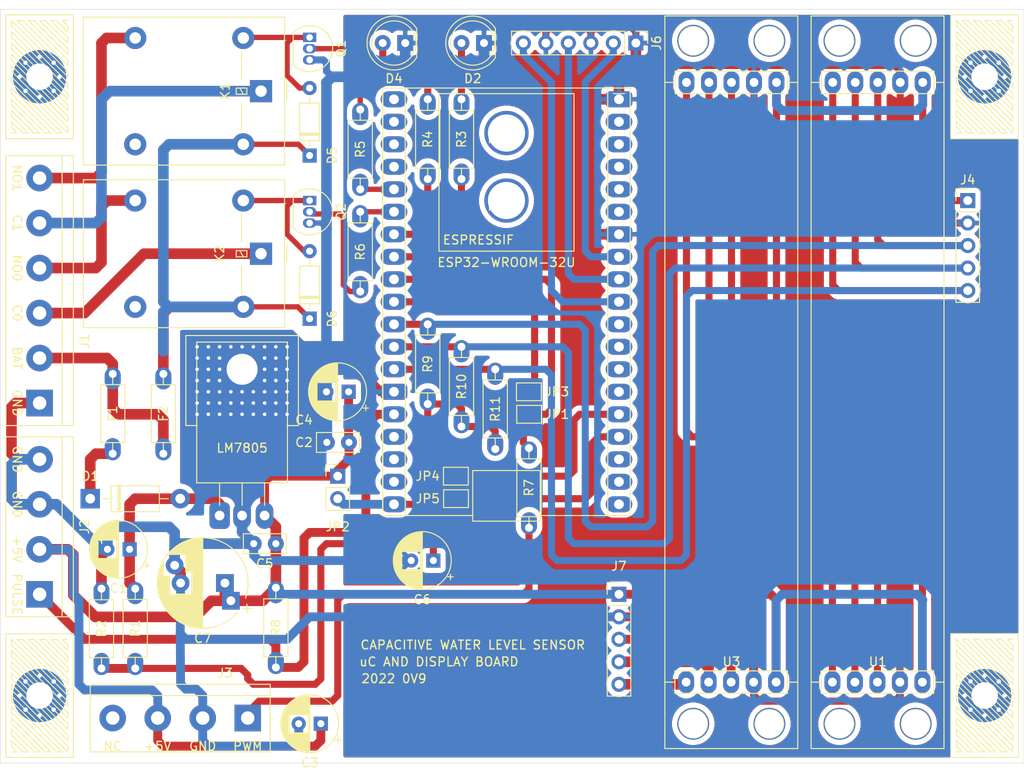
<source format=kicad_pcb>
(kicad_pcb (version 20171130) (host pcbnew 5.1.5+dfsg1-2build2)
  (layers (0 F.Cu signal) (31 B.Cu signal) (34 B.Paste user) (35 F.Paste user) (36 B.SilkS user) (37 F.SilkS user) (38 B.Mask user) (39 F.Mask user) (44 Edge.Cuts user))
  (net 0 "")
  (net 1 "Net-(C1-Pad1)")
  (net 2 "Net-(D1-Pad1)")
  (net 3 "Net-(D2-Pad2)")
  (net 4 GND)
  (net 5 "Net-(D4-Pad2)")
  (net 6 "Net-(D5-Pad2)")
  (net 7 +BATT)
  (net 8 "Net-(D6-Pad2)")
  (net 9 "Net-(F1-Pad1)")
  (net 10 /CH1_NO)
  (net 11 /CH0_NO)
  (net 12 +5V)
  (net 13 /CAP_PULSE_IN)
  (net 14 "Net-(J3-Pad1)")
  (net 15 "Net-(K1-Pad4)")
  (net 16 "Net-(K2-Pad4)")
  (net 17 "Net-(Q1-Pad2)")
  (net 18 "Net-(Q2-Pad2)")
  (net 19 /V_SENS)
  (net 20 /LED0)
  (net 21 /LED1)
  (net 22 /REL_0)
  (net 23 /REL_1)
  (net 24 /WS2812b_DATA)
  (net 25 /DISP_DIN)
  (net 26 /DISP_CS)
  (net 27 /DISP_CLK)
  (net 28 "Net-(J7-Pad4)")
  (net 29 "Net-(J7-Pad5)")
  (net 30 "Net-(J7-Pad3)")
  (net 31 "Net-(JP1-Pad2)")
  (net 32 "Net-(JP3-Pad2)")
  (net 33 "Net-(JP4-Pad1)")
  (net 34 "Net-(JP5-Pad1)")
  (net 35 "Net-(U4-Pad25)")
  (net 36 "Net-(U4-Pad32)")
  (net 37 "Net-(U4-Pad24)")
  (net 38 "Net-(U4-Pad22)")
  (net 39 "Net-(U4-Pad23)")
  (net 40 "Net-(U4-Pad36)")
  (net 41 "Net-(U4-Pad33)")
  (net 42 "Net-(U4-Pad38)")
  (net 43 "Net-(U4-Pad37)")
  (net 44 "Net-(U4-Pad31)")
  (net 45 "Net-(U4-Pad30)")
  (net 46 "Net-(U4-Pad21)")
  (net 47 "Net-(U4-Pad2)")
  (net 48 "Net-(U4-Pad1)")
  (net 49 "Net-(U4-Pad3)")
  (net 50 "Net-(U4-Pad4)")
  (net 51 "Net-(U4-Pad18)")
  (net 52 "Net-(U4-Pad16)")
  (net 53 "Net-(U4-Pad17)")
  (net 54 /SW0)
  (net 55 /SW1)
  (net 56 /SW2)
  (net 57 "Net-(U1-Pad7)")
  (net 58 "Net-(U1-Pad6)")
  (net 59 "Net-(U1-Pad8)")
  (net 60 +5C)
  (net 61 "Net-(J3-Pad4)")
  (net 62 /CH1_C)
  (net 63 /CH0_C)
  (module myComponents:TO-220-3_Horizontal_TabDown (layer F.Cu) (at 76.835 133.35)
    (fp_text reference LM7805 (at 2.54 -7.62) (layer F.SilkS))
    (fp_text value LM7805_TO220)
    (pad 1 thru_hole roundrect (at 0 0) (size 2.3 3) (drill 1.1) (layers *.Cu *.Mask) (net 1 "Net-(C1-Pad1)"))
    (pad 2 thru_hole oval (at 2.54 0) (size 2 3) (drill 1.1) (layers *.Cu *.Mask) (net 4 GND))
    (pad 3 thru_hole oval (at 5.08 0) (size 2 3) (drill 1.1) (layers *.Cu *.Mask) (net 12 +5V))
    (pad 2 thru_hole roundrect (at 2.54 -16.51) (size 12 10) (drill 3.5 (offset 0 1.2)) (layers *.Cu *.Mask) (roundrect_rratio 0.05) (net 4 GND))
  )
  (module MountingHole:MountingHole_3mm_Pad_Via (layer F.Cu) (at 163.195 153.67)
    (fp_text reference " " (at 0 -4) (layer F.SilkS))
    (fp_text value " ")
    (pad 1 thru_hole circle (at 1.59099 -1.59099) (size 0.8 0.8) (drill 0.5) (layers *.Cu *.Mask))
    (pad 1 thru_hole circle (at 0 -2.25) (size 0.8 0.8) (drill 0.5) (layers *.Cu *.Mask))
    (pad 1 thru_hole circle (at -1.59099 -1.59099) (size 0.8 0.8) (drill 0.5) (layers *.Cu *.Mask))
    (pad 1 thru_hole circle (at -2.25 0) (size 0.8 0.8) (drill 0.5) (layers *.Cu *.Mask))
    (pad 1 thru_hole circle (at -1.59099 1.59099) (size 0.8 0.8) (drill 0.5) (layers *.Cu *.Mask))
    (pad 1 thru_hole circle (at 0 2.25) (size 0.8 0.8) (drill 0.5) (layers *.Cu *.Mask))
    (pad 1 thru_hole circle (at 1.59099 1.59099) (size 0.8 0.8) (drill 0.5) (layers *.Cu *.Mask))
    (pad 1 thru_hole circle (at 2.25 0) (size 0.8 0.8) (drill 0.5) (layers *.Cu *.Mask))
    (pad "" thru_hole circle (at 0 0) (size 6 6) (drill 3) (layers *.Cu *.Mask))
  )
  (module MountingHole:MountingHole_3mm_Pad_Via (layer F.Cu) (at 163.195 83.82)
    (fp_text reference " " (at 0 -4) (layer F.SilkS))
    (fp_text value " ")
    (pad 1 thru_hole circle (at 1.59099 -1.59099) (size 0.8 0.8) (drill 0.5) (layers *.Cu *.Mask))
    (pad 1 thru_hole circle (at 0 -2.25) (size 0.8 0.8) (drill 0.5) (layers *.Cu *.Mask))
    (pad 1 thru_hole circle (at -1.59099 -1.59099) (size 0.8 0.8) (drill 0.5) (layers *.Cu *.Mask))
    (pad 1 thru_hole circle (at -2.25 0) (size 0.8 0.8) (drill 0.5) (layers *.Cu *.Mask))
    (pad 1 thru_hole circle (at -1.59099 1.59099) (size 0.8 0.8) (drill 0.5) (layers *.Cu *.Mask))
    (pad 1 thru_hole circle (at 0 2.25) (size 0.8 0.8) (drill 0.5) (layers *.Cu *.Mask))
    (pad 1 thru_hole circle (at 1.59099 1.59099) (size 0.8 0.8) (drill 0.5) (layers *.Cu *.Mask))
    (pad 1 thru_hole circle (at 2.25 0) (size 0.8 0.8) (drill 0.5) (layers *.Cu *.Mask))
    (pad "" thru_hole circle (at 0 0) (size 6 6) (drill 3) (layers *.Cu *.Mask))
  )
  (module Connector_Wire:SolderWirePad_1x01_Drill1.2mm (layer F.Cu) (at 109.22 97.79)
    (fp_text reference REF** (at 0 0.635) (layer F.SilkS))
    (fp_text value " ")
    (pad "" thru_hole circle (at 0 0) (size 5 5) (drill 4.2) (layers *.Cu *.Mask))
  )
  (module Connector_Wire:SolderWirePad_1x01_Drill1.2mm (layer F.Cu) (at 109.22 90.17)
    (fp_text reference REF** (at 0 0.635) (layer F.SilkS))
    (fp_text value " ")
    (pad "" thru_hole circle (at 0 0) (size 5 5) (drill 4.2) (layers *.Cu *.Mask))
  )
  (module MountingHole:MountingHole_3mm_Pad_Via (layer F.Cu) (at 56.515 83.82)
    (fp_text reference " " (at 0 -4) (layer F.SilkS))
    (fp_text value " ")
    (pad "" thru_hole circle (at 0 0) (size 6 6) (drill 3) (layers *.Cu *.Mask))
    (pad 1 thru_hole circle (at 2.25 0) (size 0.8 0.8) (drill 0.5) (layers *.Cu *.Mask))
    (pad 1 thru_hole circle (at 1.59099 1.59099) (size 0.8 0.8) (drill 0.5) (layers *.Cu *.Mask))
    (pad 1 thru_hole circle (at 0 2.25) (size 0.8 0.8) (drill 0.5) (layers *.Cu *.Mask))
    (pad 1 thru_hole circle (at -1.59099 1.59099) (size 0.8 0.8) (drill 0.5) (layers *.Cu *.Mask))
    (pad 1 thru_hole circle (at -2.25 0) (size 0.8 0.8) (drill 0.5) (layers *.Cu *.Mask))
    (pad 1 thru_hole circle (at -1.59099 -1.59099) (size 0.8 0.8) (drill 0.5) (layers *.Cu *.Mask))
    (pad 1 thru_hole circle (at 0 -2.25) (size 0.8 0.8) (drill 0.5) (layers *.Cu *.Mask))
    (pad 1 thru_hole circle (at 1.59099 -1.59099) (size 0.8 0.8) (drill 0.5) (layers *.Cu *.Mask))
  )
  (module MountingHole:MountingHole_3mm_Pad_Via (layer F.Cu) (at 56.515 153.67)
    (fp_text reference " " (at 0 -4) (layer F.SilkS))
    (fp_text value " ")
    (pad "" thru_hole circle (at 0 0) (size 6 6) (drill 3) (layers *.Cu *.Mask))
    (pad 1 thru_hole circle (at 2.25 0) (size 0.8 0.8) (drill 0.5) (layers *.Cu *.Mask))
    (pad 1 thru_hole circle (at 1.59099 1.59099) (size 0.8 0.8) (drill 0.5) (layers *.Cu *.Mask))
    (pad 1 thru_hole circle (at 0 2.25) (size 0.8 0.8) (drill 0.5) (layers *.Cu *.Mask))
    (pad 1 thru_hole circle (at -1.59099 1.59099) (size 0.8 0.8) (drill 0.5) (layers *.Cu *.Mask))
    (pad 1 thru_hole circle (at -2.25 0) (size 0.8 0.8) (drill 0.5) (layers *.Cu *.Mask))
    (pad 1 thru_hole circle (at -1.59099 -1.59099) (size 0.8 0.8) (drill 0.5) (layers *.Cu *.Mask))
    (pad 1 thru_hole circle (at 0 -2.25) (size 0.8 0.8) (drill 0.5) (layers *.Cu *.Mask))
    (pad 1 thru_hole circle (at 1.59099 -1.59099) (size 0.8 0.8) (drill 0.5) (layers *.Cu *.Mask))
  )
  (module myComponents:7SEG_DISPX8_MAX7219 (layer F.Cu) (at 139.7 84.455 270)
    (fp_text reference U3 (at 65.405 5.08 180) (layer F.SilkS))
    (fp_text value MAX7219_8x7SEG)
    (pad 7 thru_hole oval (at 67.7 7.66 90) (size 2.5 1.8) (drill 1) (layers *.Cu *.Mask) (net 28 "Net-(J7-Pad4)"))
    (pad 9 thru_hole oval (at 67.7 2.58 90) (size 2.5 1.8) (drill 1) (layers *.Cu *.Mask) (net 4 GND))
    (pad "" thru_hole oval (at 72.4 0.8 90) (size 3.6 3.6) (drill 3.2) (layers *.Cu *.Mask))
    (pad 6 thru_hole oval (at 67.7 10.2 90) (size 2.5 1.8) (drill 1) (layers *.Cu *.Mask) (net 29 "Net-(J7-Pad5)"))
    (pad 10 thru_hole oval (at 67.7 0.04 90) (size 2.5 1.8) (drill 1) (layers *.Cu *.Mask) (net 12 +5V))
    (pad 8 thru_hole oval (at 67.7 5.12 90) (size 2.5 1.8) (drill 1) (layers *.Cu *.Mask) (net 30 "Net-(J7-Pad3)"))
    (pad "" thru_hole oval (at 72.4 9.4 90) (size 3.6 3.6) (drill 3.2) (layers *.Cu *.Mask))
    (pad "" thru_hole oval (at -4.7 9.4 270) (size 3.6 3.6) (drill 3.2) (layers *.Cu *.Mask))
    (pad "" thru_hole oval (at -4.7 0.8 270) (size 3.6 3.6) (drill 3.2) (layers *.Cu *.Mask))
    (pad 5 thru_hole oval (at 0 10.16 270) (size 2.5 1.8) (drill 1) (layers *.Cu *.Mask) (net 58 "Net-(U1-Pad6)"))
    (pad 4 thru_hole oval (at 0 7.62 270) (size 2.5 1.8) (drill 1) (layers *.Cu *.Mask) (net 57 "Net-(U1-Pad7)"))
    (pad 3 thru_hole oval (at 0 5.08 270) (size 2.5 1.8) (drill 1) (layers *.Cu *.Mask) (net 59 "Net-(U1-Pad8)"))
    (pad 2 thru_hole oval (at 0 2.54 270) (size 2.5 1.8) (drill 1) (layers *.Cu *.Mask) (net 4 GND))
    (pad 1 thru_hole oval (at 0 0 270) (size 2.5 1.8) (drill 1) (layers *.Cu *.Mask) (net 12 +5V))
  )
  (module myComponents:7SEG_DISPX8_MAX7219 (layer F.Cu) (at 156.21 84.455 270)
    (fp_text reference U1 (at 65.405 5.08 180) (layer F.SilkS))
    (fp_text value MAX7219_8x7SEG)
    (pad 7 thru_hole oval (at 67.7 7.66 90) (size 2.5 1.8) (drill 1) (layers *.Cu *.Mask) (net 57 "Net-(U1-Pad7)"))
    (pad 9 thru_hole oval (at 67.7 2.58 90) (size 2.5 1.8) (drill 1) (layers *.Cu *.Mask) (net 4 GND))
    (pad "" thru_hole oval (at 72.4 0.8 90) (size 3.6 3.6) (drill 3.2) (layers *.Cu *.Mask))
    (pad 6 thru_hole oval (at 67.7 10.2 90) (size 2.5 1.8) (drill 1) (layers *.Cu *.Mask) (net 58 "Net-(U1-Pad6)"))
    (pad 10 thru_hole oval (at 67.7 0.04 90) (size 2.5 1.8) (drill 1) (layers *.Cu *.Mask) (net 12 +5V))
    (pad 8 thru_hole oval (at 67.7 5.12 90) (size 2.5 1.8) (drill 1) (layers *.Cu *.Mask) (net 59 "Net-(U1-Pad8)"))
    (pad "" thru_hole oval (at 72.4 9.4 90) (size 3.6 3.6) (drill 3.2) (layers *.Cu *.Mask))
    (pad "" thru_hole oval (at -4.7 9.4 270) (size 3.6 3.6) (drill 3.2) (layers *.Cu *.Mask))
    (pad "" thru_hole oval (at -4.7 0.8 270) (size 3.6 3.6) (drill 3.2) (layers *.Cu *.Mask))
    (pad 5 thru_hole oval (at 0 10.16 270) (size 2.5 1.8) (drill 1) (layers *.Cu *.Mask) (net 27 /DISP_CLK))
    (pad 4 thru_hole oval (at 0 7.62 270) (size 2.5 1.8) (drill 1) (layers *.Cu *.Mask) (net 26 /DISP_CS))
    (pad 3 thru_hole oval (at 0 5.08 270) (size 2.5 1.8) (drill 1) (layers *.Cu *.Mask) (net 25 /DISP_DIN))
    (pad 2 thru_hole oval (at 0 2.54 270) (size 2.5 1.8) (drill 1) (layers *.Cu *.Mask) (net 4 GND))
    (pad 1 thru_hole oval (at 0 0 270) (size 2.5 1.8) (drill 1) (layers *.Cu *.Mask) (net 12 +5V))
  )
  (module myComponents:ESP32-WROOM-32U (layer F.Cu) (at 96.52 86.36)
    (fp_text reference " " (at 15.875 15.875) (layer F.SilkS) (effects (font (size 1.00039 1.00039) (thickness 0.05))))
    (fp_text value " " (at 12.7 20.32) (layer F.SilkS) (effects (font (size 1.00105 1.00105) (thickness 0.05))))
    (fp_text user ESP32-WROOM-32U (at 12.7 18.415 180) (layer F.SilkS))
    (fp_text user ESPRESSIF (at 9.525 15.875 180) (layer F.SilkS))
    (pad 25 thru_hole oval (at 25.4 12.7) (size 3 1.8) (drill 1.1) (layers *.Cu *.Mask) (net 35 "Net-(U4-Pad25)"))
    (pad 32 thru_hole oval (at 25.4 30.48) (size 3 1.8) (drill 1.1) (layers *.Cu *.Mask) (net 36 "Net-(U4-Pad32)"))
    (pad 24 thru_hole oval (at 25.4 10.16) (size 3 1.8) (drill 1.1) (layers *.Cu *.Mask) (net 37 "Net-(U4-Pad24)"))
    (pad 22 thru_hole oval (at 25.4 5.08) (size 3 1.8) (drill 1.1) (layers *.Cu *.Mask) (net 38 "Net-(U4-Pad22)"))
    (pad 23 thru_hole oval (at 25.4 7.62) (size 3 1.8) (drill 1.1) (layers *.Cu *.Mask) (net 39 "Net-(U4-Pad23)"))
    (pad 34 thru_hole oval (at 25.4 35.56) (size 3 1.8) (drill 1.1) (layers *.Cu *.Mask) (net 33 "Net-(JP4-Pad1)"))
    (pad 36 thru_hole oval (at 25.4 40.64) (size 3 1.8) (drill 1.1) (layers *.Cu *.Mask) (net 40 "Net-(U4-Pad36)"))
    (pad 33 thru_hole oval (at 25.4 33.02) (size 3 1.8) (drill 1.1) (layers *.Cu *.Mask) (net 41 "Net-(U4-Pad33)"))
    (pad 20 thru_hole roundrect (at 25.4 0) (size 3 1.8) (drill 1.1) (layers *.Cu *.Mask) (net 4 GND))
    (pad 38 thru_hole oval (at 25.4 45.72) (size 3 1.8) (drill 1.1) (layers *.Cu *.Mask) (net 42 "Net-(U4-Pad38)"))
    (pad 37 thru_hole oval (at 25.4 43.18) (size 3 1.8) (drill 1.1) (layers *.Cu *.Mask) (net 43 "Net-(U4-Pad37)"))
    (pad 29 thru_hole oval (at 25.4 22.86) (size 3 1.8) (drill 1.1) (layers *.Cu *.Mask) (net 54 /SW0))
    (pad 27 thru_hole oval (at 25.4 17.78) (size 3 1.8) (drill 1.1) (layers *.Cu *.Mask) (net 56 /SW2))
    (pad 28 thru_hole oval (at 25.4 20.32) (size 3 1.8) (drill 1.1) (layers *.Cu *.Mask) (net 55 /SW1))
    (pad 31 thru_hole oval (at 25.4 27.94) (size 3 1.8) (drill 1.1) (layers *.Cu *.Mask) (net 44 "Net-(U4-Pad31)"))
    (pad 35 thru_hole oval (at 25.4 38.1) (size 3 1.8) (drill 1.1) (layers *.Cu *.Mask) (net 34 "Net-(JP5-Pad1)"))
    (pad 30 thru_hole oval (at 25.4 25.4) (size 3 1.8) (drill 1.1) (layers *.Cu *.Mask) (net 45 "Net-(U4-Pad30)"))
    (pad 26 thru_hole roundrect (at 25.4 15.24) (size 3 1.8) (drill 1.1) (layers *.Cu *.Mask) (net 4 GND))
    (pad 21 thru_hole oval (at 25.4 2.54) (size 3 1.8) (drill 1.1) (layers *.Cu *.Mask) (net 46 "Net-(U4-Pad21)"))
    (pad 6 thru_hole oval (at 0 12.7) (size 3 1.8) (drill 1.1) (layers *.Cu *.Mask) (net 23 /REL_1))
    (pad 2 thru_hole oval (at 0 2.54) (size 3 1.8) (drill 1.1) (layers *.Cu *.Mask) (net 47 "Net-(U4-Pad2)"))
    (pad 7 thru_hole oval (at 0 15.24) (size 3 1.8) (drill 1.1) (layers *.Cu *.Mask) (net 21 /LED1))
    (pad 8 thru_hole oval (at 0 17.78) (size 3 1.8) (drill 1.1) (layers *.Cu *.Mask) (net 20 /LED0))
    (pad 9 thru_hole oval (at 0 20.32) (size 3 1.8) (drill 1.1) (layers *.Cu *.Mask) (net 31 "Net-(JP1-Pad2)"))
    (pad 1 thru_hole oval (at 0 0) (size 3 1.8) (drill 1.1) (layers *.Cu *.Mask) (net 48 "Net-(U4-Pad1)"))
    (pad 3 thru_hole oval (at 0 5.08) (size 3 1.8) (drill 1.1) (layers *.Cu *.Mask) (net 49 "Net-(U4-Pad3)"))
    (pad 4 thru_hole oval (at 0 7.62) (size 3 1.8) (drill 1.1) (layers *.Cu *.Mask) (net 50 "Net-(U4-Pad4)"))
    (pad 5 thru_hole oval (at 0 10.16) (size 3 1.8) (drill 1.1) (layers *.Cu *.Mask) (net 22 /REL_0))
    (pad 18 thru_hole oval (at 0 43.18) (size 3 1.8) (drill 1.1) (layers *.Cu *.Mask) (net 51 "Net-(U4-Pad18)"))
    (pad 19 thru_hole oval (at 0 45.72) (size 3 1.8) (drill 1.1) (layers *.Cu *.Mask) (net 60 +5C))
    (pad 16 thru_hole oval (at 0 38.1) (size 3 1.8) (drill 1.1) (layers *.Cu *.Mask) (net 52 "Net-(U4-Pad16)"))
    (pad 17 thru_hole oval (at 0 40.64) (size 3 1.8) (drill 1.1) (layers *.Cu *.Mask) (net 53 "Net-(U4-Pad17)"))
    (pad 14 thru_hole roundrect (at 0 33.02) (size 3 1.8) (drill 1.1) (layers *.Cu *.Mask) (net 4 GND))
    (pad 15 thru_hole oval (at 0 35.56) (size 3 1.8) (drill 1.1) (layers *.Cu *.Mask) (net 13 /CAP_PULSE_IN))
    (pad 10 thru_hole oval (at 0 22.86) (size 3 1.8) (drill 1.1) (layers *.Cu *.Mask) (net 32 "Net-(JP3-Pad2)"))
    (pad 11 thru_hole oval (at 0 25.4) (size 3 1.8) (drill 1.1) (layers *.Cu *.Mask) (net 25 /DISP_DIN))
    (pad 12 thru_hole oval (at 0 27.94) (size 3 1.8) (drill 1.1) (layers *.Cu *.Mask) (net 26 /DISP_CS))
    (pad 13 thru_hole oval (at 0 30.48) (size 3 1.8) (drill 1.1) (layers *.Cu *.Mask) (net 27 /DISP_CLK))
  )
  (module TerminalBlock:TerminalBlock_bornier-6_P5.08mm (layer F.Cu) (at 56.515 120.65 90)
    (fp_text reference J1 (at 6.985 5.08 90) (layer F.SilkS))
    (fp_text value " ")
    (pad 6 thru_hole circle (at 25.4 0 90) (size 3 3) (drill 1.52) (layers *.Cu *.Mask) (net 10 /CH1_NO))
    (pad 5 thru_hole circle (at 20.32 0 90) (size 3 3) (drill 1.52) (layers *.Cu *.Mask) (net 62 /CH1_C))
    (pad 4 thru_hole circle (at 15.24 0 90) (size 3 3) (drill 1.52) (layers *.Cu *.Mask) (net 11 /CH0_NO))
    (pad 1 thru_hole rect (at 0 0 90) (size 3 3) (drill 1.52) (layers *.Cu *.Mask) (net 4 GND))
    (pad 3 thru_hole circle (at 10.16 0 90) (size 3 3) (drill 1.52) (layers *.Cu *.Mask) (net 63 /CH0_C))
    (pad 2 thru_hole circle (at 5.08 0 90) (size 3 3) (drill 1.52) (layers *.Cu *.Mask) (net 9 "Net-(F1-Pad1)"))
  )
  (module Relay_THT:Relay_SPDT_Omron-G5LE-1 (layer F.Cu) (at 81.51 85.44 270)
    (fp_text reference K1 (at 0 4.04 90) (layer F.SilkS))
    (fp_text value G5LE-1)
    (pad 5 thru_hole oval (at 6 2 270) (size 2.5 2.5) (drill 1.3) (layers *.Cu *.Mask) (net 7 +BATT))
    (pad 4 thru_hole oval (at 6 14.2 270) (size 2.5 2.5) (drill 1.3) (layers *.Cu *.Mask) (net 15 "Net-(K1-Pad4)"))
    (pad 3 thru_hole oval (at -6 14.2 270) (size 2.5 2.5) (drill 1.3) (layers *.Cu *.Mask) (net 10 /CH1_NO))
    (pad 2 thru_hole oval (at -6 2 270) (size 2.5 2.5) (drill 1.3) (layers *.Cu *.Mask) (net 6 "Net-(D5-Pad2)"))
    (pad 1 thru_hole rect (at 0 0 270) (size 2.5 2.5) (drill 1.3) (layers *.Cu *.Mask) (net 62 /CH1_C))
  )
  (module Relay_THT:Relay_SPDT_Omron-G5LE-1 (layer F.Cu) (at 81.51 103.79 270)
    (fp_text reference K2 (at 0 4.675 90) (layer F.SilkS))
    (fp_text value G5LE-1)
    (pad 5 thru_hole oval (at 6 2 270) (size 2.5 2.5) (drill 1.3) (layers *.Cu *.Mask) (net 7 +BATT))
    (pad 4 thru_hole oval (at 6 14.2 270) (size 2.5 2.5) (drill 1.3) (layers *.Cu *.Mask) (net 16 "Net-(K2-Pad4)"))
    (pad 3 thru_hole oval (at -6 14.2 270) (size 2.5 2.5) (drill 1.3) (layers *.Cu *.Mask) (net 11 /CH0_NO))
    (pad 2 thru_hole oval (at -6 2 270) (size 2.5 2.5) (drill 1.3) (layers *.Cu *.Mask) (net 8 "Net-(D6-Pad2)"))
    (pad 1 thru_hole rect (at 0 0 270) (size 2.5 2.5) (drill 1.3) (layers *.Cu *.Mask) (net 63 /CH0_C))
  )
  (module myComponents:resistor0.25,9mm (layer F.Cu) (at 92.71 87.52 270)
    (fp_text reference R5 (at 4.48 0 90) (layer F.SilkS))
    (fp_text value 1K)
    (pad 2 thru_hole oval (at 9 0 270) (size 2.5 1.8) (drill 0.9 (offset -0.5 0)) (layers *.Cu *.Mask) (net 22 /REL_0))
    (pad 1 thru_hole oval (at 0 0 270) (size 2.5 1.8) (drill 0.9 (offset 0.5 0)) (layers *.Cu *.Mask) (net 17 "Net-(Q1-Pad2)"))
  )
  (module Diode_THT:D_DO-41_SOD81_P10.16mm_Horizontal (layer F.Cu) (at 62.23 131.445)
    (fp_text reference D1 (at 0 -2.54) (layer F.SilkS))
    (fp_text value 1N4007)
    (pad 2 thru_hole oval (at 10.16 0) (size 2.2 2.2) (drill 1.1) (layers *.Cu *.Mask) (net 1 "Net-(C1-Pad1)"))
    (pad 1 thru_hole rect (at 0 0) (size 2.2 2.2) (drill 1.1) (layers *.Cu *.Mask) (net 2 "Net-(D1-Pad1)"))
  )
  (module Capacitor_THT:CP_Radial_D6.3mm_P2.50mm (layer F.Cu) (at 100.965 138.43 180)
    (fp_text reference C6 (at 1.25 -4.4) (layer F.SilkS))
    (fp_text value 100u16V)
    (pad 2 thru_hole circle (at 2.5 0 180) (size 1.6 1.6) (drill 0.8) (layers *.Cu *.Mask) (net 4 GND))
    (pad 1 thru_hole rect (at 0 0 180) (size 1.6 1.6) (drill 0.8) (layers *.Cu *.Mask) (net 19 /V_SENS))
  )
  (module Capacitor_THT:CP_Radial_D6.3mm_P2.50mm (layer F.Cu) (at 66.675 137.16 180)
    (fp_text reference C1 (at 1.25 -4.4) (layer F.SilkS))
    (fp_text value 10u25V)
    (pad 2 thru_hole circle (at 2.5 0 180) (size 1.6 1.6) (drill 0.8) (layers *.Cu *.Mask) (net 4 GND))
    (pad 1 thru_hole rect (at 0 0 180) (size 1.6 1.6) (drill 0.8) (layers *.Cu *.Mask) (net 1 "Net-(C1-Pad1)"))
  )
  (module myComponents:resistor0.25,9mm (layer F.Cu) (at 107.95 116.84 270)
    (fp_text reference R11 (at 4.48 0 90) (layer F.SilkS))
    (fp_text value 10K)
    (pad 2 thru_hole oval (at 9 0 270) (size 2.5 1.8) (drill 0.9 (offset -0.5 0)) (layers *.Cu *.Mask) (net 60 +5C))
    (pad 1 thru_hole oval (at 0 0 270) (size 2.5 1.8) (drill 0.9 (offset 0.5 0)) (layers *.Cu *.Mask) (net 27 /DISP_CLK))
  )
  (module myComponents:resistor0.25,9mm (layer F.Cu) (at 104.14 114.3 270)
    (fp_text reference R10 (at 4.48 0 90) (layer F.SilkS))
    (fp_text value 10K)
    (pad 2 thru_hole oval (at 9 0 270) (size 2.5 1.8) (drill 0.9 (offset -0.5 0)) (layers *.Cu *.Mask) (net 60 +5C))
    (pad 1 thru_hole oval (at 0 0 270) (size 2.5 1.8) (drill 0.9 (offset 0.5 0)) (layers *.Cu *.Mask) (net 26 /DISP_CS))
  )
  (module myComponents:resistor0.25,9mm (layer F.Cu) (at 100.33 111.76 270)
    (fp_text reference R9 (at 4.48 0 90) (layer F.SilkS))
    (fp_text value 10K)
    (pad 2 thru_hole oval (at 9 0 270) (size 2.5 1.8) (drill 0.9 (offset -0.5 0)) (layers *.Cu *.Mask) (net 60 +5C))
    (pad 1 thru_hole oval (at 0 0 270) (size 2.5 1.8) (drill 0.9 (offset 0.5 0)) (layers *.Cu *.Mask) (net 25 /DISP_DIN))
  )
  (module myComponents:resistor0.25,9mm (layer F.Cu) (at 83.185 150.495 90)
    (fp_text reference R8 (at 4.48 0 90) (layer F.SilkS))
    (fp_text value 10K)
    (pad 2 thru_hole oval (at 9 0 90) (size 2.5 1.8) (drill 0.9 (offset -0.5 0)) (layers *.Cu *.Mask) (net 12 +5V))
    (pad 1 thru_hole oval (at 0 0 90) (size 2.5 1.8) (drill 0.9 (offset 0.5 0)) (layers *.Cu *.Mask) (net 13 /CAP_PULSE_IN))
  )
  (module myComponents:resistor0.25,9mm (layer F.Cu) (at 111.76 125.73 270)
    (fp_text reference R7 (at 4.48 0 90) (layer F.SilkS))
    (fp_text value 330)
    (pad 2 thru_hole oval (at 9 0 270) (size 2.5 1.8) (drill 0.9 (offset -0.5 0)) (layers *.Cu *.Mask) (net 14 "Net-(J3-Pad1)"))
    (pad 1 thru_hole oval (at 0 0 270) (size 2.5 1.8) (drill 0.9 (offset 0.5 0)) (layers *.Cu *.Mask) (net 24 /WS2812b_DATA))
  )
  (module myComponents:resistor0.25,9mm (layer F.Cu) (at 92.71 108.06 90)
    (fp_text reference R6 (at 4.48 0 90) (layer F.SilkS))
    (fp_text value 1K)
    (pad 2 thru_hole oval (at 9 0 90) (size 2.5 1.8) (drill 0.9 (offset -0.5 0)) (layers *.Cu *.Mask) (net 23 /REL_1))
    (pad 1 thru_hole oval (at 0 0 90) (size 2.5 1.8) (drill 0.9 (offset 0.5 0)) (layers *.Cu *.Mask) (net 18 "Net-(Q2-Pad2)"))
  )
  (module myComponents:resistor0.25,9mm (layer F.Cu) (at 100.33 95.36 90)
    (fp_text reference R4 (at 4.48 0 90) (layer F.SilkS))
    (fp_text value R)
    (pad 2 thru_hole oval (at 9 0 90) (size 2.5 1.8) (drill 0.9 (offset -0.5 0)) (layers *.Cu *.Mask) (net 5 "Net-(D4-Pad2)"))
    (pad 1 thru_hole oval (at 0 0 90) (size 2.5 1.8) (drill 0.9 (offset 0.5 0)) (layers *.Cu *.Mask) (net 21 /LED1))
  )
  (module myComponents:resistor0.25,9mm (layer F.Cu) (at 104.14 95.36 90)
    (fp_text reference R3 (at 4.48 0 90) (layer F.SilkS))
    (fp_text value R)
    (pad 2 thru_hole oval (at 9 0 90) (size 2.5 1.8) (drill 0.9 (offset -0.5 0)) (layers *.Cu *.Mask) (net 3 "Net-(D2-Pad2)"))
    (pad 1 thru_hole oval (at 0 0 90) (size 2.5 1.8) (drill 0.9 (offset 0.5 0)) (layers *.Cu *.Mask) (net 20 /LED0))
  )
  (module myComponents:resistor0.25,9mm (layer F.Cu) (at 63.5 150.605 90)
    (fp_text reference R2 (at 4.48 0 90) (layer F.SilkS))
    (fp_text value R)
    (pad 2 thru_hole oval (at 9 0 90) (size 2.5 1.8) (drill 0.9 (offset -0.5 0)) (layers *.Cu *.Mask) (net 4 GND))
    (pad 1 thru_hole oval (at 0 0 90) (size 2.5 1.8) (drill 0.9 (offset 0.5 0)) (layers *.Cu *.Mask) (net 19 /V_SENS))
  )
  (module myComponents:resistor0.25,9mm (layer F.Cu) (at 67.31 141.605 270)
    (fp_text reference R1 (at 4.48 0 90) (layer F.SilkS))
    (fp_text value R)
    (pad 2 thru_hole oval (at 9 0 270) (size 2.5 1.8) (drill 0.9 (offset -0.5 0)) (layers *.Cu *.Mask) (net 19 /V_SENS))
    (pad 1 thru_hole oval (at 0 0 270) (size 2.5 1.8) (drill 0.9 (offset 0.5 0)) (layers *.Cu *.Mask) (net 1 "Net-(C1-Pad1)"))
  )
  (module Package_TO_SOT_THT:TO-92_Inline (layer F.Cu) (at 86.995 97.79 270)
    (fp_text reference Q2 (at 1.27 -3.56 90) (layer F.SilkS))
    (fp_text value BC547)
    (pad 1 thru_hole rect (at 0 0 270) (size 1.05 1.5) (drill 0.75) (layers *.Cu *.Mask) (net 8 "Net-(D6-Pad2)"))
    (pad 3 thru_hole oval (at 2.54 0 270) (size 1.05 1.5) (drill 0.75) (layers *.Cu *.Mask) (net 4 GND))
    (pad 2 thru_hole oval (at 1.27 0 270) (size 1.05 1.5) (drill 0.75) (layers *.Cu *.Mask) (net 18 "Net-(Q2-Pad2)"))
  )
  (module Package_TO_SOT_THT:TO-92_Inline (layer F.Cu) (at 86.995 79.375 270)
    (fp_text reference Q1 (at 1.27 -3.56 90) (layer F.SilkS))
    (fp_text value BC547)
    (pad 1 thru_hole rect (at 0 0 270) (size 1.05 1.5) (drill 0.75) (layers *.Cu *.Mask) (net 6 "Net-(D5-Pad2)"))
    (pad 3 thru_hole oval (at 2.54 0 270) (size 1.05 1.5) (drill 0.75) (layers *.Cu *.Mask) (net 4 GND))
    (pad 2 thru_hole oval (at 1.27 0 270) (size 1.05 1.5) (drill 0.75) (layers *.Cu *.Mask) (net 17 "Net-(Q1-Pad2)"))
  )
  (module Jumper:SolderJumper-2_P1.3mm_Open_Pad1.0x1.5mm (layer F.Cu) (at 103.52 131.445 180)
    (fp_text reference JP5 (at 3.19 0) (layer F.SilkS))
    (fp_text value " ")
    (pad 1 smd rect (at -0.65 0 180) (size 1 1.5) (layers F.Cu F.Mask) (net 34 "Net-(JP5-Pad1)"))
    (pad 2 smd rect (at 0.65 0 180) (size 1 1.5) (layers F.Cu F.Mask) (net 19 /V_SENS))
  )
  (module Jumper:SolderJumper-2_P1.3mm_Open_Pad1.0x1.5mm (layer F.Cu) (at 103.505 128.905 180)
    (fp_text reference JP4 (at 3.175 0) (layer F.SilkS))
    (fp_text value " ")
    (pad 1 smd rect (at -0.65 0 180) (size 1 1.5) (layers F.Cu F.Mask) (net 33 "Net-(JP4-Pad1)"))
    (pad 2 smd rect (at 0.65 0 180) (size 1 1.5) (layers F.Cu F.Mask) (net 19 /V_SENS))
  )
  (module Jumper:SolderJumper-2_P1.3mm_Open_Pad1.0x1.5mm (layer F.Cu) (at 111.745 119.38)
    (fp_text reference JP3 (at 3.19 0) (layer F.SilkS))
    (fp_text value " ")
    (pad 1 smd rect (at -0.65 0) (size 1 1.5) (layers F.Cu F.Mask) (net 24 /WS2812b_DATA))
    (pad 2 smd rect (at 0.65 0) (size 1 1.5) (layers F.Cu F.Mask) (net 32 "Net-(JP3-Pad2)"))
  )
  (module Connector_PinHeader_2.54mm:PinHeader_1x02_P2.54mm_Vertical (layer F.Cu) (at 90.17 128.905)
    (fp_text reference JP2 (at 0 5.715) (layer F.SilkS))
    (fp_text value " ")
    (pad 2 thru_hole oval (at 0 2.54) (size 1.7 1.7) (drill 1) (layers *.Cu *.Mask) (net 60 +5C))
    (pad 1 thru_hole rect (at 0 0) (size 1.7 1.7) (drill 1) (layers *.Cu *.Mask) (net 12 +5V))
  )
  (module Jumper:SolderJumper-2_P1.3mm_Open_Pad1.0x1.5mm (layer F.Cu) (at 111.775 121.92)
    (fp_text reference JP1 (at 3.16 0) (layer F.SilkS))
    (fp_text value " ")
    (pad 1 smd rect (at -0.65 0) (size 1 1.5) (layers F.Cu F.Mask) (net 24 /WS2812b_DATA))
    (pad 2 smd rect (at 0.65 0) (size 1 1.5) (layers F.Cu F.Mask) (net 31 "Net-(JP1-Pad2)"))
  )
  (module Connector_PinHeader_2.54mm:PinHeader_1x05_P2.54mm_Vertical (layer F.Cu) (at 121.92 142.24)
    (fp_text reference J7 (at 0 -3.175) (layer F.SilkS))
    (fp_text value " ")
    (pad 5 thru_hole oval (at 0 10.16) (size 1.7 1.7) (drill 1) (layers *.Cu *.Mask) (net 29 "Net-(J7-Pad5)"))
    (pad 4 thru_hole oval (at 0 7.62) (size 1.7 1.7) (drill 1) (layers *.Cu *.Mask) (net 28 "Net-(J7-Pad4)"))
    (pad 3 thru_hole oval (at 0 5.08) (size 1.7 1.7) (drill 1) (layers *.Cu *.Mask) (net 30 "Net-(J7-Pad3)"))
    (pad 2 thru_hole oval (at 0 2.54) (size 1.7 1.7) (drill 1) (layers *.Cu *.Mask) (net 4 GND))
    (pad 1 thru_hole rect (at 0 0) (size 1.7 1.7) (drill 1) (layers *.Cu *.Mask) (net 12 +5V))
  )
  (module Connector_PinHeader_2.54mm:PinHeader_1x06_P2.54mm_Vertical (layer F.Cu) (at 123.825 80.01 270)
    (fp_text reference J6 (at 0 -2.33 90) (layer F.SilkS))
    (fp_text value " ")
    (pad 6 thru_hole oval (at 0 12.7 270) (size 1.7 1.7) (drill 1) (layers *.Cu *.Mask) (net 54 /SW0))
    (pad 5 thru_hole oval (at 0 10.16 270) (size 1.7 1.7) (drill 1) (layers *.Cu *.Mask) (net 4 GND))
    (pad 4 thru_hole oval (at 0 7.62 270) (size 1.7 1.7) (drill 1) (layers *.Cu *.Mask) (net 55 /SW1))
    (pad 3 thru_hole oval (at 0 5.08 270) (size 1.7 1.7) (drill 1) (layers *.Cu *.Mask) (net 4 GND))
    (pad 2 thru_hole oval (at 0 2.54 270) (size 1.7 1.7) (drill 1) (layers *.Cu *.Mask) (net 56 /SW2))
    (pad 1 thru_hole rect (at 0 0 270) (size 1.7 1.7) (drill 1) (layers *.Cu *.Mask) (net 4 GND))
  )
  (module Connector_PinHeader_2.54mm:PinHeader_1x05_P2.54mm_Vertical (layer F.Cu) (at 161.29 97.79)
    (fp_text reference J4 (at 0 -2.33) (layer F.SilkS))
    (fp_text value " ")
    (pad 5 thru_hole oval (at 0 10.16) (size 1.7 1.7) (drill 1) (layers *.Cu *.Mask) (net 27 /DISP_CLK))
    (pad 4 thru_hole oval (at 0 7.62) (size 1.7 1.7) (drill 1) (layers *.Cu *.Mask) (net 26 /DISP_CS))
    (pad 3 thru_hole oval (at 0 5.08) (size 1.7 1.7) (drill 1) (layers *.Cu *.Mask) (net 25 /DISP_DIN))
    (pad 2 thru_hole oval (at 0 2.54) (size 1.7 1.7) (drill 1) (layers *.Cu *.Mask) (net 4 GND))
    (pad 1 thru_hole rect (at 0 0) (size 1.7 1.7) (drill 1) (layers *.Cu *.Mask) (net 12 +5V))
  )
  (module TerminalBlock:TerminalBlock_bornier-4_P5.08mm (layer F.Cu) (at 80.01 156.21 180)
    (fp_text reference J3 (at 2.54 5.08) (layer F.SilkS))
    (fp_text value " ")
    (pad 4 thru_hole circle (at 15.24 0 180) (size 3 3) (drill 1.52) (layers *.Cu *.Mask) (net 61 "Net-(J3-Pad4)"))
    (pad 1 thru_hole rect (at 0 0 180) (size 3 3) (drill 1.52) (layers *.Cu *.Mask) (net 14 "Net-(J3-Pad1)"))
    (pad 3 thru_hole circle (at 10.16 0 180) (size 3 3) (drill 1.52) (layers *.Cu *.Mask) (net 12 +5V))
    (pad 2 thru_hole circle (at 5.08 0 180) (size 3 3) (drill 1.52) (layers *.Cu *.Mask) (net 4 GND))
  )
  (module TerminalBlock:TerminalBlock_bornier-4_P5.08mm (layer F.Cu) (at 56.515 142.24 90)
    (fp_text reference J2 (at 7.62 5.08 90) (layer F.SilkS))
    (fp_text value " ")
    (pad 4 thru_hole circle (at 15.24 0 90) (size 3 3) (drill 1.52) (layers *.Cu *.Mask) (net 4 GND))
    (pad 1 thru_hole rect (at 0 0 90) (size 3 3) (drill 1.52) (layers *.Cu *.Mask) (net 13 /CAP_PULSE_IN))
    (pad 3 thru_hole circle (at 10.16 0 90) (size 3 3) (drill 1.52) (layers *.Cu *.Mask) (net 4 GND))
    (pad 2 thru_hole circle (at 5.08 0 90) (size 3 3) (drill 1.52) (layers *.Cu *.Mask) (net 12 +5V))
  )
  (module myComponents:resistor0.25,9mm (layer F.Cu) (at 70.485 117.365 270)
    (fp_text reference F2 (at 4.48 0 90) (layer F.SilkS))
    (fp_text value FUSE_REL)
    (pad 2 thru_hole oval (at 9 0 270) (size 2.5 1.8) (drill 0.9 (offset -0.5 0)) (layers *.Cu *.Mask) (net 9 "Net-(F1-Pad1)"))
    (pad 1 thru_hole oval (at 0 0 270) (size 2.5 1.8) (drill 0.9 (offset 0.5 0)) (layers *.Cu *.Mask) (net 7 +BATT))
  )
  (module myComponents:resistor0.25,9mm (layer F.Cu) (at 64.77 117.365 270)
    (fp_text reference F1 (at 4.48 0 90) (layer F.SilkS))
    (fp_text value FUSE_uC)
    (pad 2 thru_hole oval (at 9 0 270) (size 2.5 1.8) (drill 0.9 (offset -0.5 0)) (layers *.Cu *.Mask) (net 2 "Net-(D1-Pad1)"))
    (pad 1 thru_hole oval (at 0 0 270) (size 2.5 1.8) (drill 0.9 (offset 0.5 0)) (layers *.Cu *.Mask) (net 9 "Net-(F1-Pad1)"))
  )
  (module Diode_THT:D_DO-35_SOD27_P7.62mm_Horizontal (layer F.Cu) (at 86.995 111.125 90)
    (fp_text reference D6 (at 0 2.54 90) (layer F.SilkS))
    (fp_text value 1N4148)
    (pad 2 thru_hole oval (at 7.62 0 90) (size 1.6 1.6) (drill 0.8) (layers *.Cu *.Mask) (net 8 "Net-(D6-Pad2)"))
    (pad 1 thru_hole rect (at 0 0 90) (size 1.6 1.6) (drill 0.8) (layers *.Cu *.Mask) (net 7 +BATT))
  )
  (module Diode_THT:D_DO-35_SOD27_P7.62mm_Horizontal (layer F.Cu) (at 86.995 92.71 90)
    (fp_text reference D5 (at 0 2.54 90) (layer F.SilkS))
    (fp_text value 1N4148)
    (pad 2 thru_hole oval (at 7.62 0 90) (size 1.6 1.6) (drill 0.8) (layers *.Cu *.Mask) (net 6 "Net-(D5-Pad2)"))
    (pad 1 thru_hole rect (at 0 0 90) (size 1.6 1.6) (drill 0.8) (layers *.Cu *.Mask) (net 7 +BATT))
  )
  (module LED_THT:LED_D5.0mm_FlatTop (layer F.Cu) (at 97.79 80.01 180)
    (fp_text reference D4 (at 1.27 -4.01) (layer F.SilkS))
    (fp_text value LED)
    (pad 2 thru_hole circle (at 2.54 0 180) (size 1.8 1.8) (drill 0.9) (layers *.Cu *.Mask) (net 5 "Net-(D4-Pad2)"))
    (pad 1 thru_hole rect (at 0 0 180) (size 1.8 1.8) (drill 0.9) (layers *.Cu *.Mask) (net 4 GND))
  )
  (module LED_THT:LED_D5.0mm_FlatTop (layer F.Cu) (at 106.68 80.01 180)
    (fp_text reference D2 (at 1.27 -4.01) (layer F.SilkS))
    (fp_text value LED)
    (pad 2 thru_hole circle (at 2.54 0 180) (size 1.8 1.8) (drill 0.9) (layers *.Cu *.Mask) (net 3 "Net-(D2-Pad2)"))
    (pad 1 thru_hole rect (at 0 0 180) (size 1.8 1.8) (drill 0.9) (layers *.Cu *.Mask) (net 4 GND))
  )
  (module Capacitor_THT:CP_Radial_D10.0mm_P5.00mm_P7.50mm (layer F.Cu) (at 77.432856 140.97 180)
    (fp_text reference C7 (at 2.5 -6.25) (layer F.SilkS))
    (fp_text value 1000u16V)
    (pad 2 thru_hole circle (at 5.672144 2 180) (size 2 2) (drill 1) (layers *.Cu *.Mask) (net 4 GND))
    (pad 1 thru_hole rect (at -0.672144 -2 180) (size 2 2) (drill 1) (layers *.Cu *.Mask) (net 12 +5V))
    (pad 2 thru_hole circle (at 5 0 180) (size 2 2) (drill 1) (layers *.Cu *.Mask) (net 4 GND))
    (pad 1 thru_hole rect (at 0 0 180) (size 2 2) (drill 1) (layers *.Cu *.Mask) (net 12 +5V))
  )
  (module myComponents:Capker_L4.6mm_W2.0mm_P2.50mm (layer F.Cu) (at 83.185 136.525 180)
    (fp_text reference C5 (at 1.25 -2.25) (layer F.SilkS))
    (fp_text value 100nF)
    (pad 1 thru_hole circle (at 0 0 180) (size 1.8 1.8) (drill 0.8) (layers *.Cu *.Mask) (net 12 +5V))
    (pad 2 thru_hole circle (at 2.5 0 180) (size 1.8 1.8) (drill 0.8) (layers *.Cu *.Mask) (net 4 GND))
  )
  (module Capacitor_THT:CP_Radial_D6.3mm_P2.50mm (layer F.Cu) (at 91.4 119.38 180)
    (fp_text reference C4 (at 5.04 -3.175) (layer F.SilkS))
    (fp_text value 100u16V)
    (pad 2 thru_hole circle (at 2.5 0 180) (size 1.6 1.6) (drill 0.8) (layers *.Cu *.Mask) (net 4 GND))
    (pad 1 thru_hole rect (at 0 0 180) (size 1.6 1.6) (drill 0.8) (layers *.Cu *.Mask) (net 12 +5V))
  )
  (module Capacitor_THT:CP_Radial_D6.3mm_P2.50mm (layer F.Cu) (at 88.265 156.845 180)
    (fp_text reference C3 (at 1.25 -4.4) (layer F.SilkS))
    (fp_text value 100u16V)
    (pad 2 thru_hole circle (at 2.5 0 180) (size 1.6 1.6) (drill 0.8) (layers *.Cu *.Mask) (net 4 GND))
    (pad 1 thru_hole rect (at 0 0 180) (size 1.6 1.6) (drill 0.8) (layers *.Cu *.Mask) (net 12 +5V))
  )
  (module myComponents:Capker_L4.6mm_W2.0mm_P2.50mm (layer F.Cu) (at 91.44 125.095 180)
    (fp_text reference C2 (at 5.08 0) (layer F.SilkS))
    (fp_text value 100nF)
    (pad 1 thru_hole circle (at 0 0 180) (size 1.8 1.8) (drill 0.8) (layers *.Cu *.Mask) (net 12 +5V))
    (pad 2 thru_hole circle (at 2.5 0 180) (size 1.8 1.8) (drill 0.8) (layers *.Cu *.Mask) (net 4 GND))
  )
  (gr_line (start 52.07 161.29) (end 52.07 76.2) (layer Edge.Cuts) (width 0.05))
  (gr_line (start 167.64 161.29) (end 52.07 161.29) (layer Edge.Cuts) (width 0.05))
  (gr_line (start 167.64 76.2) (end 167.64 161.29) (layer Edge.Cuts) (width 0.05))
  (gr_line (start 52.07 76.2) (end 167.64 76.2) (layer Edge.Cuts) (width 0.05))
  (gr_text "uC AND DISPLAY BOARD" (at 101.6 149.86) (layer F.SilkS) (effects (font (size 1 1))))
  (gr_line (start 163.83 147.32) (end 163.195 147.32) (layer F.SilkS) (width 0.12))
  (gr_line (start 166.37 150.495) (end 166.37 151.13) (layer F.SilkS) (width 0.12))
  (gr_line (start 164.465 160.02) (end 163.83 160.02) (layer F.SilkS) (width 0.12))
  (gr_line (start 161.925 147.32) (end 166.37 151.765) (layer F.SilkS) (width 0.12))
  (gr_line (start 160.02 156.845) (end 163.195 160.02) (layer F.SilkS) (width 0.12))
  (gr_line (start 166.37 154.94) (end 160.02 148.59) (layer F.SilkS) (width 0.12))
  (gr_line (start 165.735 160.02) (end 165.1 160.02) (layer F.SilkS) (width 0.12))
  (gr_line (start 160.02 152.4) (end 160.02 153.035) (layer F.SilkS) (width 0.12))
  (gr_line (start 160.02 154.94) (end 160.02 155.575) (layer F.SilkS) (width 0.12))
  (gr_line (start 166.37 154.305) (end 166.37 154.94) (layer F.SilkS) (width 0.12))
  (gr_line (start 160.02 159.385) (end 160.655 160.02) (layer F.SilkS) (width 0.12))
  (gr_line (start 166.37 158.115) (end 166.37 158.75) (layer F.SilkS) (width 0.12))
  (gr_line (start 162.56 147.32) (end 161.925 147.32) (layer F.SilkS) (width 0.12))
  (gr_line (start 166.37 160.02) (end 160.02 153.67) (layer F.SilkS) (width 0.12))
  (gr_line (start 160.02 158.75) (end 160.02 159.385) (layer F.SilkS) (width 0.12))
  (gr_line (start 160.02 156.21) (end 160.02 156.845) (layer F.SilkS) (width 0.12))
  (gr_line (start 166.37 147.32) (end 165.735 147.32) (layer F.SilkS) (width 0.12))
  (gr_line (start 160.02 150.495) (end 166.37 156.845) (layer F.SilkS) (width 0.12))
  (gr_line (start 166.37 158.75) (end 160.02 152.4) (layer F.SilkS) (width 0.12))
  (gr_line (start 164.465 147.32) (end 166.37 149.225) (layer F.SilkS) (width 0.12))
  (gr_line (start 160.02 149.225) (end 166.37 155.575) (layer F.SilkS) (width 0.12))
  (gr_line (start 166.37 151.765) (end 166.37 152.4) (layer F.SilkS) (width 0.12))
  (gr_line (start 159.385 160.655) (end 159.385 146.685) (layer F.SilkS) (width 0.12))
  (gr_line (start 166.37 156.845) (end 166.37 157.48) (layer F.SilkS) (width 0.12))
  (gr_line (start 163.195 160.02) (end 162.56 160.02) (layer F.SilkS) (width 0.12))
  (gr_line (start 162.56 160.02) (end 160.02 157.48) (layer F.SilkS) (width 0.12))
  (gr_line (start 160.02 147.955) (end 166.37 154.305) (layer F.SilkS) (width 0.12))
  (gr_line (start 165.1 147.32) (end 164.465 147.32) (layer F.SilkS) (width 0.12))
  (gr_line (start 166.37 159.385) (end 166.37 160.02) (layer F.SilkS) (width 0.12))
  (gr_line (start 166.37 148.59) (end 165.1 147.32) (layer F.SilkS) (width 0.12))
  (gr_line (start 166.37 149.225) (end 166.37 149.86) (layer F.SilkS) (width 0.12))
  (gr_line (start 160.02 149.86) (end 160.02 150.495) (layer F.SilkS) (width 0.12))
  (gr_line (start 160.655 160.02) (end 160.02 160.02) (layer F.SilkS) (width 0.12))
  (gr_line (start 160.02 157.48) (end 160.02 158.115) (layer F.SilkS) (width 0.12))
  (gr_line (start 161.925 160.02) (end 161.29 160.02) (layer F.SilkS) (width 0.12))
  (gr_line (start 166.37 147.955) (end 166.37 148.59) (layer F.SilkS) (width 0.12))
  (gr_line (start 161.29 160.02) (end 160.02 158.75) (layer F.SilkS) (width 0.12))
  (gr_line (start 166.37 151.13) (end 162.56 147.32) (layer F.SilkS) (width 0.12))
  (gr_line (start 165.1 160.02) (end 160.02 154.94) (layer F.SilkS) (width 0.12))
  (gr_line (start 160.02 155.575) (end 164.465 160.02) (layer F.SilkS) (width 0.12))
  (gr_line (start 160.02 154.305) (end 165.735 160.02) (layer F.SilkS) (width 0.12))
  (gr_line (start 165.735 147.32) (end 166.37 147.955) (layer F.SilkS) (width 0.12))
  (gr_line (start 159.385 146.685) (end 167.005 146.685) (layer F.SilkS) (width 0.12))
  (gr_line (start 160.02 147.32) (end 160.02 147.955) (layer F.SilkS) (width 0.12))
  (gr_line (start 161.29 147.32) (end 160.655 147.32) (layer F.SilkS) (width 0.12))
  (gr_line (start 160.02 151.765) (end 166.37 158.115) (layer F.SilkS) (width 0.12))
  (gr_line (start 160.02 153.67) (end 160.02 154.305) (layer F.SilkS) (width 0.12))
  (gr_line (start 160.02 153.035) (end 166.37 159.385) (layer F.SilkS) (width 0.12))
  (gr_line (start 160.02 151.13) (end 160.02 151.765) (layer F.SilkS) (width 0.12))
  (gr_line (start 166.37 153.67) (end 160.02 147.32) (layer F.SilkS) (width 0.12))
  (gr_line (start 167.005 146.685) (end 167.005 160.655) (layer F.SilkS) (width 0.12))
  (gr_line (start 166.37 157.48) (end 160.02 151.13) (layer F.SilkS) (width 0.12))
  (gr_line (start 160.02 148.59) (end 160.02 149.225) (layer F.SilkS) (width 0.12))
  (gr_line (start 166.37 152.4) (end 161.29 147.32) (layer F.SilkS) (width 0.12))
  (gr_line (start 166.37 155.575) (end 166.37 156.21) (layer F.SilkS) (width 0.12))
  (gr_line (start 166.37 153.035) (end 166.37 153.67) (layer F.SilkS) (width 0.12))
  (gr_line (start 163.195 147.32) (end 166.37 150.495) (layer F.SilkS) (width 0.12))
  (gr_line (start 163.83 160.02) (end 160.02 156.21) (layer F.SilkS) (width 0.12))
  (gr_line (start 167.005 160.655) (end 159.385 160.655) (layer F.SilkS) (width 0.12))
  (gr_line (start 166.37 149.86) (end 163.83 147.32) (layer F.SilkS) (width 0.12))
  (gr_line (start 160.02 158.115) (end 161.925 160.02) (layer F.SilkS) (width 0.12))
  (gr_line (start 160.655 147.32) (end 166.37 153.035) (layer F.SilkS) (width 0.12))
  (gr_line (start 166.37 156.21) (end 160.02 149.86) (layer F.SilkS) (width 0.12))
  (gr_line (start 160.655 77.47) (end 166.37 83.185) (layer F.SilkS) (width 0.12))
  (gr_line (start 166.37 86.36) (end 160.02 80.01) (layer F.SilkS) (width 0.12))
  (gr_line (start 163.83 77.47) (end 163.195 77.47) (layer F.SilkS) (width 0.12))
  (gr_line (start 166.37 80.645) (end 166.37 81.28) (layer F.SilkS) (width 0.12))
  (gr_line (start 164.465 90.17) (end 163.83 90.17) (layer F.SilkS) (width 0.12))
  (gr_line (start 161.925 77.47) (end 166.37 81.915) (layer F.SilkS) (width 0.12))
  (gr_line (start 166.37 80.01) (end 163.83 77.47) (layer F.SilkS) (width 0.12))
  (gr_line (start 160.02 88.265) (end 161.925 90.17) (layer F.SilkS) (width 0.12))
  (gr_line (start 167.005 90.805) (end 159.385 90.805) (layer F.SilkS) (width 0.12))
  (gr_line (start 160.02 86.995) (end 163.195 90.17) (layer F.SilkS) (width 0.12))
  (gr_line (start 166.37 85.09) (end 160.02 78.74) (layer F.SilkS) (width 0.12))
  (gr_line (start 165.735 90.17) (end 165.1 90.17) (layer F.SilkS) (width 0.12))
  (gr_line (start 160.02 82.55) (end 160.02 83.185) (layer F.SilkS) (width 0.12))
  (gr_line (start 160.02 85.09) (end 160.02 85.725) (layer F.SilkS) (width 0.12))
  (gr_line (start 166.37 84.455) (end 166.37 85.09) (layer F.SilkS) (width 0.12))
  (gr_line (start 160.02 89.535) (end 160.655 90.17) (layer F.SilkS) (width 0.12))
  (gr_line (start 166.37 88.265) (end 166.37 88.9) (layer F.SilkS) (width 0.12))
  (gr_line (start 162.56 77.47) (end 161.925 77.47) (layer F.SilkS) (width 0.12))
  (gr_line (start 166.37 90.17) (end 160.02 83.82) (layer F.SilkS) (width 0.12))
  (gr_line (start 160.02 88.9) (end 160.02 89.535) (layer F.SilkS) (width 0.12))
  (gr_line (start 160.02 86.36) (end 160.02 86.995) (layer F.SilkS) (width 0.12))
  (gr_line (start 166.37 77.47) (end 165.735 77.47) (layer F.SilkS) (width 0.12))
  (gr_line (start 160.02 80.645) (end 166.37 86.995) (layer F.SilkS) (width 0.12))
  (gr_line (start 166.37 88.9) (end 160.02 82.55) (layer F.SilkS) (width 0.12))
  (gr_line (start 164.465 77.47) (end 166.37 79.375) (layer F.SilkS) (width 0.12))
  (gr_line (start 160.02 79.375) (end 166.37 85.725) (layer F.SilkS) (width 0.12))
  (gr_line (start 166.37 81.915) (end 166.37 82.55) (layer F.SilkS) (width 0.12))
  (gr_line (start 159.385 90.805) (end 159.385 76.835) (layer F.SilkS) (width 0.12))
  (gr_line (start 166.37 86.995) (end 166.37 87.63) (layer F.SilkS) (width 0.12))
  (gr_line (start 163.195 90.17) (end 162.56 90.17) (layer F.SilkS) (width 0.12))
  (gr_line (start 162.56 90.17) (end 160.02 87.63) (layer F.SilkS) (width 0.12))
  (gr_line (start 160.02 78.105) (end 166.37 84.455) (layer F.SilkS) (width 0.12))
  (gr_line (start 165.1 77.47) (end 164.465 77.47) (layer F.SilkS) (width 0.12))
  (gr_line (start 166.37 89.535) (end 166.37 90.17) (layer F.SilkS) (width 0.12))
  (gr_line (start 166.37 78.74) (end 165.1 77.47) (layer F.SilkS) (width 0.12))
  (gr_line (start 166.37 79.375) (end 166.37 80.01) (layer F.SilkS) (width 0.12))
  (gr_line (start 160.02 80.01) (end 160.02 80.645) (layer F.SilkS) (width 0.12))
  (gr_line (start 160.655 90.17) (end 160.02 90.17) (layer F.SilkS) (width 0.12))
  (gr_line (start 160.02 87.63) (end 160.02 88.265) (layer F.SilkS) (width 0.12))
  (gr_line (start 161.925 90.17) (end 161.29 90.17) (layer F.SilkS) (width 0.12))
  (gr_line (start 166.37 78.105) (end 166.37 78.74) (layer F.SilkS) (width 0.12))
  (gr_line (start 161.29 90.17) (end 160.02 88.9) (layer F.SilkS) (width 0.12))
  (gr_line (start 166.37 81.28) (end 162.56 77.47) (layer F.SilkS) (width 0.12))
  (gr_line (start 165.1 90.17) (end 160.02 85.09) (layer F.SilkS) (width 0.12))
  (gr_line (start 160.02 85.725) (end 164.465 90.17) (layer F.SilkS) (width 0.12))
  (gr_line (start 160.02 84.455) (end 165.735 90.17) (layer F.SilkS) (width 0.12))
  (gr_line (start 165.735 77.47) (end 166.37 78.105) (layer F.SilkS) (width 0.12))
  (gr_line (start 159.385 76.835) (end 167.005 76.835) (layer F.SilkS) (width 0.12))
  (gr_line (start 160.02 77.47) (end 160.02 78.105) (layer F.SilkS) (width 0.12))
  (gr_line (start 161.29 77.47) (end 160.655 77.47) (layer F.SilkS) (width 0.12))
  (gr_line (start 160.02 81.915) (end 166.37 88.265) (layer F.SilkS) (width 0.12))
  (gr_line (start 160.02 83.82) (end 160.02 84.455) (layer F.SilkS) (width 0.12))
  (gr_line (start 160.02 83.185) (end 166.37 89.535) (layer F.SilkS) (width 0.12))
  (gr_line (start 160.02 81.28) (end 160.02 81.915) (layer F.SilkS) (width 0.12))
  (gr_line (start 166.37 83.82) (end 160.02 77.47) (layer F.SilkS) (width 0.12))
  (gr_line (start 167.005 76.835) (end 167.005 90.805) (layer F.SilkS) (width 0.12))
  (gr_line (start 166.37 87.63) (end 160.02 81.28) (layer F.SilkS) (width 0.12))
  (gr_line (start 160.02 78.74) (end 160.02 79.375) (layer F.SilkS) (width 0.12))
  (gr_line (start 166.37 82.55) (end 161.29 77.47) (layer F.SilkS) (width 0.12))
  (gr_line (start 166.37 85.725) (end 166.37 86.36) (layer F.SilkS) (width 0.12))
  (gr_line (start 166.37 83.185) (end 166.37 83.82) (layer F.SilkS) (width 0.12))
  (gr_line (start 163.195 77.47) (end 166.37 80.645) (layer F.SilkS) (width 0.12))
  (gr_line (start 163.83 90.17) (end 160.02 86.36) (layer F.SilkS) (width 0.12))
  (gr_text "2022 0V9" (at 96.52 151.765) (layer F.SilkS) (effects (font (size 1 1))))
  (gr_text C1 (at 53.975 100.33 270) (layer F.SilkS) (effects (font (size 1 1))))
  (gr_text NO1 (at 53.975 95.25 270) (layer F.SilkS) (effects (font (size 1 1))))
  (gr_text NO0 (at 53.975 105.41 270) (layer F.SilkS) (effects (font (size 1 1))))
  (gr_text C0 (at 53.975 110.49 270) (layer F.SilkS) (effects (font (size 1 1))))
  (gr_text BAT (at 53.975 115.57 270) (layer F.SilkS) (effects (font (size 1 1))))
  (gr_text GND (at 53.975 120.65 270) (layer F.SilkS) (effects (font (size 1 1))))
  (gr_text PULSE (at 53.975 142.24 270) (layer F.SilkS) (effects (font (size 1 1))))
  (gr_text +5V (at 53.975 137.16 270) (layer F.SilkS) (effects (font (size 1 1))))
  (gr_text GND (at 53.975 132.08 270) (layer F.SilkS) (effects (font (size 1 1))))
  (gr_text GND (at 53.975 127 270) (layer F.SilkS) (effects (font (size 1 1))))
  (gr_text NC (at 64.77 159.385) (layer F.SilkS) (effects (font (size 1 1))))
  (gr_text PWM (at 80.01 159.385) (layer F.SilkS) (effects (font (size 1 1))))
  (gr_text GND (at 74.93 159.385) (layer F.SilkS) (effects (font (size 1 1))))
  (gr_text +5V (at 69.85 159.385) (layer F.SilkS) (effects (font (size 1 1))))
  (gr_text "CAPACITIVE WATER LEVEL SENSOR\n" (at 105.41 147.955) (layer F.SilkS) (effects (font (size 1 1))))
  (gr_line (start 60.325 90.805) (end 52.705 90.805) (layer F.SilkS) (width 0.12))
  (gr_line (start 53.34 88.265) (end 55.245 90.17) (layer F.SilkS) (width 0.12))
  (gr_line (start 59.69 80.01) (end 57.15 77.47) (layer F.SilkS) (width 0.12))
  (gr_line (start 55.245 77.47) (end 59.69 81.915) (layer F.SilkS) (width 0.12))
  (gr_line (start 57.785 90.17) (end 57.15 90.17) (layer F.SilkS) (width 0.12))
  (gr_line (start 59.69 80.645) (end 59.69 81.28) (layer F.SilkS) (width 0.12))
  (gr_line (start 57.15 77.47) (end 56.515 77.47) (layer F.SilkS) (width 0.12))
  (gr_line (start 59.69 86.36) (end 53.34 80.01) (layer F.SilkS) (width 0.12))
  (gr_line (start 53.975 77.47) (end 59.69 83.185) (layer F.SilkS) (width 0.12))
  (gr_line (start 57.15 90.17) (end 53.34 86.36) (layer F.SilkS) (width 0.12))
  (gr_line (start 56.515 77.47) (end 59.69 80.645) (layer F.SilkS) (width 0.12))
  (gr_line (start 59.69 83.185) (end 59.69 83.82) (layer F.SilkS) (width 0.12))
  (gr_line (start 59.69 85.725) (end 59.69 86.36) (layer F.SilkS) (width 0.12))
  (gr_line (start 59.69 82.55) (end 54.61 77.47) (layer F.SilkS) (width 0.12))
  (gr_line (start 53.34 78.74) (end 53.34 79.375) (layer F.SilkS) (width 0.12))
  (gr_line (start 59.69 87.63) (end 53.34 81.28) (layer F.SilkS) (width 0.12))
  (gr_line (start 60.325 76.835) (end 60.325 90.805) (layer F.SilkS) (width 0.12))
  (gr_line (start 59.69 83.82) (end 53.34 77.47) (layer F.SilkS) (width 0.12))
  (gr_line (start 53.34 81.28) (end 53.34 81.915) (layer F.SilkS) (width 0.12))
  (gr_line (start 53.34 83.185) (end 59.69 89.535) (layer F.SilkS) (width 0.12))
  (gr_line (start 53.34 83.82) (end 53.34 84.455) (layer F.SilkS) (width 0.12))
  (gr_line (start 53.34 81.915) (end 59.69 88.265) (layer F.SilkS) (width 0.12))
  (gr_line (start 54.61 77.47) (end 53.975 77.47) (layer F.SilkS) (width 0.12))
  (gr_line (start 53.34 77.47) (end 53.34 78.105) (layer F.SilkS) (width 0.12))
  (gr_line (start 52.705 76.835) (end 60.325 76.835) (layer F.SilkS) (width 0.12))
  (gr_line (start 59.055 77.47) (end 59.69 78.105) (layer F.SilkS) (width 0.12))
  (gr_line (start 53.34 84.455) (end 59.055 90.17) (layer F.SilkS) (width 0.12))
  (gr_line (start 53.34 85.725) (end 57.785 90.17) (layer F.SilkS) (width 0.12))
  (gr_line (start 58.42 90.17) (end 53.34 85.09) (layer F.SilkS) (width 0.12))
  (gr_line (start 59.69 81.28) (end 55.88 77.47) (layer F.SilkS) (width 0.12))
  (gr_line (start 54.61 90.17) (end 53.34 88.9) (layer F.SilkS) (width 0.12))
  (gr_line (start 59.69 78.105) (end 59.69 78.74) (layer F.SilkS) (width 0.12))
  (gr_line (start 55.245 90.17) (end 54.61 90.17) (layer F.SilkS) (width 0.12))
  (gr_line (start 53.34 87.63) (end 53.34 88.265) (layer F.SilkS) (width 0.12))
  (gr_line (start 53.975 90.17) (end 53.34 90.17) (layer F.SilkS) (width 0.12))
  (gr_line (start 53.34 80.01) (end 53.34 80.645) (layer F.SilkS) (width 0.12))
  (gr_line (start 59.69 79.375) (end 59.69 80.01) (layer F.SilkS) (width 0.12))
  (gr_line (start 59.69 78.74) (end 58.42 77.47) (layer F.SilkS) (width 0.12))
  (gr_line (start 59.69 89.535) (end 59.69 90.17) (layer F.SilkS) (width 0.12))
  (gr_line (start 58.42 77.47) (end 57.785 77.47) (layer F.SilkS) (width 0.12))
  (gr_line (start 53.34 78.105) (end 59.69 84.455) (layer F.SilkS) (width 0.12))
  (gr_line (start 55.88 90.17) (end 53.34 87.63) (layer F.SilkS) (width 0.12))
  (gr_line (start 56.515 90.17) (end 55.88 90.17) (layer F.SilkS) (width 0.12))
  (gr_line (start 59.69 86.995) (end 59.69 87.63) (layer F.SilkS) (width 0.12))
  (gr_line (start 52.705 90.805) (end 52.705 76.835) (layer F.SilkS) (width 0.12))
  (gr_line (start 59.69 81.915) (end 59.69 82.55) (layer F.SilkS) (width 0.12))
  (gr_line (start 53.34 79.375) (end 59.69 85.725) (layer F.SilkS) (width 0.12))
  (gr_line (start 57.785 77.47) (end 59.69 79.375) (layer F.SilkS) (width 0.12))
  (gr_line (start 59.69 88.9) (end 53.34 82.55) (layer F.SilkS) (width 0.12))
  (gr_line (start 53.34 80.645) (end 59.69 86.995) (layer F.SilkS) (width 0.12))
  (gr_line (start 59.69 77.47) (end 59.055 77.47) (layer F.SilkS) (width 0.12))
  (gr_line (start 53.34 86.36) (end 53.34 86.995) (layer F.SilkS) (width 0.12))
  (gr_line (start 53.34 88.9) (end 53.34 89.535) (layer F.SilkS) (width 0.12))
  (gr_line (start 59.69 90.17) (end 53.34 83.82) (layer F.SilkS) (width 0.12))
  (gr_line (start 55.88 77.47) (end 55.245 77.47) (layer F.SilkS) (width 0.12))
  (gr_line (start 59.69 88.265) (end 59.69 88.9) (layer F.SilkS) (width 0.12))
  (gr_line (start 53.34 89.535) (end 53.975 90.17) (layer F.SilkS) (width 0.12))
  (gr_line (start 59.69 84.455) (end 59.69 85.09) (layer F.SilkS) (width 0.12))
  (gr_line (start 53.34 85.09) (end 53.34 85.725) (layer F.SilkS) (width 0.12))
  (gr_line (start 53.34 82.55) (end 53.34 83.185) (layer F.SilkS) (width 0.12))
  (gr_line (start 59.055 90.17) (end 58.42 90.17) (layer F.SilkS) (width 0.12))
  (gr_line (start 59.69 85.09) (end 53.34 78.74) (layer F.SilkS) (width 0.12))
  (gr_line (start 53.34 86.995) (end 56.515 90.17) (layer F.SilkS) (width 0.12))
  (gr_line (start 60.325 160.655) (end 52.705 160.655) (layer F.SilkS) (width 0.12))
  (gr_line (start 53.34 158.115) (end 55.245 160.02) (layer F.SilkS) (width 0.12))
  (gr_line (start 59.69 149.86) (end 57.15 147.32) (layer F.SilkS) (width 0.12))
  (gr_line (start 55.245 147.32) (end 59.69 151.765) (layer F.SilkS) (width 0.12))
  (gr_line (start 57.785 160.02) (end 57.15 160.02) (layer F.SilkS) (width 0.12))
  (gr_line (start 59.69 150.495) (end 59.69 151.13) (layer F.SilkS) (width 0.12))
  (gr_line (start 57.15 147.32) (end 56.515 147.32) (layer F.SilkS) (width 0.12))
  (gr_line (start 59.69 156.21) (end 53.34 149.86) (layer F.SilkS) (width 0.12))
  (gr_line (start 53.975 147.32) (end 59.69 153.035) (layer F.SilkS) (width 0.12))
  (gr_line (start 57.15 160.02) (end 53.34 156.21) (layer F.SilkS) (width 0.12))
  (gr_line (start 56.515 147.32) (end 59.69 150.495) (layer F.SilkS) (width 0.12))
  (gr_line (start 59.69 153.035) (end 59.69 153.67) (layer F.SilkS) (width 0.12))
  (gr_line (start 59.69 155.575) (end 59.69 156.21) (layer F.SilkS) (width 0.12))
  (gr_line (start 59.69 152.4) (end 54.61 147.32) (layer F.SilkS) (width 0.12))
  (gr_line (start 53.34 148.59) (end 53.34 149.225) (layer F.SilkS) (width 0.12))
  (gr_line (start 59.69 157.48) (end 53.34 151.13) (layer F.SilkS) (width 0.12))
  (gr_line (start 60.325 146.685) (end 60.325 160.655) (layer F.SilkS) (width 0.12))
  (gr_line (start 59.69 153.67) (end 53.34 147.32) (layer F.SilkS) (width 0.12))
  (gr_line (start 53.34 151.13) (end 53.34 151.765) (layer F.SilkS) (width 0.12))
  (gr_line (start 53.34 153.035) (end 59.69 159.385) (layer F.SilkS) (width 0.12))
  (gr_line (start 53.34 153.67) (end 53.34 154.305) (layer F.SilkS) (width 0.12))
  (gr_line (start 53.34 151.765) (end 59.69 158.115) (layer F.SilkS) (width 0.12))
  (gr_line (start 54.61 147.32) (end 53.975 147.32) (layer F.SilkS) (width 0.12))
  (gr_line (start 53.34 147.32) (end 53.34 147.955) (layer F.SilkS) (width 0.12))
  (gr_line (start 52.705 146.685) (end 60.325 146.685) (layer F.SilkS) (width 0.12))
  (gr_line (start 59.055 147.32) (end 59.69 147.955) (layer F.SilkS) (width 0.12))
  (gr_line (start 53.34 154.305) (end 59.055 160.02) (layer F.SilkS) (width 0.12))
  (gr_line (start 53.34 155.575) (end 57.785 160.02) (layer F.SilkS) (width 0.12))
  (gr_line (start 58.42 160.02) (end 53.34 154.94) (layer F.SilkS) (width 0.12))
  (gr_line (start 59.69 151.13) (end 55.88 147.32) (layer F.SilkS) (width 0.12))
  (gr_line (start 54.61 160.02) (end 53.34 158.75) (layer F.SilkS) (width 0.12))
  (gr_line (start 59.69 147.955) (end 59.69 148.59) (layer F.SilkS) (width 0.12))
  (gr_line (start 55.245 160.02) (end 54.61 160.02) (layer F.SilkS) (width 0.12))
  (gr_line (start 53.34 157.48) (end 53.34 158.115) (layer F.SilkS) (width 0.12))
  (gr_line (start 53.975 160.02) (end 53.34 160.02) (layer F.SilkS) (width 0.12))
  (gr_line (start 53.34 149.86) (end 53.34 150.495) (layer F.SilkS) (width 0.12))
  (gr_line (start 59.69 149.225) (end 59.69 149.86) (layer F.SilkS) (width 0.12))
  (gr_line (start 59.69 148.59) (end 58.42 147.32) (layer F.SilkS) (width 0.12))
  (gr_line (start 59.69 159.385) (end 59.69 160.02) (layer F.SilkS) (width 0.12))
  (gr_line (start 58.42 147.32) (end 57.785 147.32) (layer F.SilkS) (width 0.12))
  (gr_line (start 53.34 147.955) (end 59.69 154.305) (layer F.SilkS) (width 0.12))
  (gr_line (start 55.88 160.02) (end 53.34 157.48) (layer F.SilkS) (width 0.12))
  (gr_line (start 56.515 160.02) (end 55.88 160.02) (layer F.SilkS) (width 0.12))
  (gr_line (start 59.69 156.845) (end 59.69 157.48) (layer F.SilkS) (width 0.12))
  (gr_line (start 52.705 160.655) (end 52.705 146.685) (layer F.SilkS) (width 0.12))
  (gr_line (start 59.69 151.765) (end 59.69 152.4) (layer F.SilkS) (width 0.12))
  (gr_line (start 53.34 149.225) (end 59.69 155.575) (layer F.SilkS) (width 0.12))
  (gr_line (start 57.785 147.32) (end 59.69 149.225) (layer F.SilkS) (width 0.12))
  (gr_line (start 59.69 158.75) (end 53.34 152.4) (layer F.SilkS) (width 0.12))
  (gr_line (start 53.34 150.495) (end 59.69 156.845) (layer F.SilkS) (width 0.12))
  (gr_line (start 59.69 147.32) (end 59.055 147.32) (layer F.SilkS) (width 0.12))
  (gr_line (start 53.34 156.21) (end 53.34 156.845) (layer F.SilkS) (width 0.12))
  (gr_line (start 53.34 158.75) (end 53.34 159.385) (layer F.SilkS) (width 0.12))
  (gr_line (start 59.69 160.02) (end 53.34 153.67) (layer F.SilkS) (width 0.12))
  (gr_line (start 55.88 147.32) (end 55.245 147.32) (layer F.SilkS) (width 0.12))
  (gr_line (start 59.69 158.115) (end 59.69 158.75) (layer F.SilkS) (width 0.12))
  (gr_line (start 53.34 159.385) (end 53.975 160.02) (layer F.SilkS) (width 0.12))
  (gr_line (start 59.69 154.305) (end 59.69 154.94) (layer F.SilkS) (width 0.12))
  (gr_line (start 53.34 154.94) (end 53.34 155.575) (layer F.SilkS) (width 0.12))
  (gr_line (start 53.34 152.4) (end 53.34 153.035) (layer F.SilkS) (width 0.12))
  (gr_line (start 59.055 160.02) (end 58.42 160.02) (layer F.SilkS) (width 0.12))
  (gr_line (start 59.69 154.94) (end 53.34 148.59) (layer F.SilkS) (width 0.12))
  (gr_line (start 53.34 156.845) (end 56.515 160.02) (layer F.SilkS) (width 0.12))
  (via (at 80.645 119.38) (size 0.8) (drill 0.4) (layers F.Cu B.Cu) (net 4))
  (via (at 78.105 119.38) (size 0.8) (drill 0.4) (layers F.Cu B.Cu) (net 4))
  (via (at 76.835 119.38) (size 0.8) (drill 0.4) (layers F.Cu B.Cu) (net 4))
  (via (at 76.835 118.11) (size 0.8) (drill 0.4) (layers F.Cu B.Cu) (net 4))
  (via (at 81.915 119.38) (size 0.8) (drill 0.4) (layers F.Cu B.Cu) (net 4))
  (via (at 81.915 118.11) (size 0.8) (drill 0.4) (layers F.Cu B.Cu) (net 4))
  (via (at 74.295 121.92) (size 0.8) (drill 0.4) (layers F.Cu B.Cu) (net 4))
  (via (at 75.565 121.92) (size 0.8) (drill 0.4) (layers F.Cu B.Cu) (net 4))
  (via (at 76.835 121.92) (size 0.8) (drill 0.4) (layers F.Cu B.Cu) (net 4))
  (via (at 78.105 121.92) (size 0.8) (drill 0.4) (layers F.Cu B.Cu) (net 4))
  (via (at 80.645 121.92) (size 0.8) (drill 0.4) (layers F.Cu B.Cu) (net 4))
  (via (at 81.915 121.92) (size 0.8) (drill 0.4) (layers F.Cu B.Cu) (net 4))
  (via (at 83.185 121.92) (size 0.8) (drill 0.4) (layers F.Cu B.Cu) (net 4))
  (via (at 84.455 121.92) (size 0.8) (drill 0.4) (layers F.Cu B.Cu) (net 4))
  (via (at 83.185 119.38) (size 0.8) (drill 0.4) (layers F.Cu B.Cu) (net 4))
  (via (at 83.185 118.11) (size 0.8) (drill 0.4) (layers F.Cu B.Cu) (net 4))
  (via (at 84.455 118.11) (size 0.8) (drill 0.4) (layers F.Cu B.Cu) (net 4))
  (via (at 84.455 119.38) (size 0.8) (drill 0.4) (layers F.Cu B.Cu) (net 4))
  (via (at 84.455 120.65) (size 0.8) (drill 0.4) (layers F.Cu B.Cu) (net 4))
  (via (at 83.185 120.65) (size 0.8) (drill 0.4) (layers F.Cu B.Cu) (net 4))
  (via (at 81.915 120.65) (size 0.8) (drill 0.4) (layers F.Cu B.Cu) (net 4))
  (via (at 80.645 120.65) (size 0.8) (drill 0.4) (layers F.Cu B.Cu) (net 4))
  (via (at 78.105 120.65) (size 0.8) (drill 0.4) (layers F.Cu B.Cu) (net 4))
  (via (at 76.835 120.65) (size 0.8) (drill 0.4) (layers F.Cu B.Cu) (net 4))
  (via (at 75.565 120.65) (size 0.8) (drill 0.4) (layers F.Cu B.Cu) (net 4))
  (via (at 74.295 120.65) (size 0.8) (drill 0.4) (layers F.Cu B.Cu) (net 4))
  (via (at 75.565 119.38) (size 0.8) (drill 0.4) (layers F.Cu B.Cu) (net 4))
  (via (at 74.295 119.38) (size 0.8) (drill 0.4) (layers F.Cu B.Cu) (net 4))
  (via (at 75.565 118.11) (size 0.8) (drill 0.4) (layers F.Cu B.Cu) (net 4))
  (via (at 74.295 118.11) (size 0.8) (drill 0.4) (layers F.Cu B.Cu) (net 4))
  (via (at 74.295 114.3) (size 0.8) (drill 0.4) (layers F.Cu B.Cu) (net 4))
  (via (at 75.565 114.3) (size 0.8) (drill 0.4) (layers F.Cu B.Cu) (net 4))
  (via (at 76.835 114.3) (size 0.8) (drill 0.4) (layers F.Cu B.Cu) (net 4))
  (via (at 78.105 114.3) (size 0.8) (drill 0.4) (layers F.Cu B.Cu) (net 4))
  (via (at 79.375 114.3) (size 0.8) (drill 0.4) (layers F.Cu B.Cu) (net 4))
  (via (at 80.645 114.3) (size 0.8) (drill 0.4) (layers F.Cu B.Cu) (net 4))
  (via (at 81.915 114.3) (size 0.8) (drill 0.4) (layers F.Cu B.Cu) (net 4))
  (via (at 83.185 114.3) (size 0.8) (drill 0.4) (layers F.Cu B.Cu) (net 4))
  (via (at 84.455 114.3) (size 0.8) (drill 0.4) (layers F.Cu B.Cu) (net 4))
  (via (at 84.455 115.57) (size 0.8) (drill 0.4) (layers F.Cu B.Cu) (net 4))
  (via (at 83.185 115.57) (size 0.8) (drill 0.4) (layers F.Cu B.Cu) (net 4))
  (via (at 81.915 115.57) (size 0.8) (drill 0.4) (layers F.Cu B.Cu) (net 4))
  (via (at 76.835 115.57) (size 0.8) (drill 0.4) (layers F.Cu B.Cu) (net 4))
  (via (at 75.565 115.57) (size 0.8) (drill 0.4) (layers F.Cu B.Cu) (net 4))
  (via (at 74.295 115.57) (size 0.8) (drill 0.4) (layers F.Cu B.Cu) (net 4))
  (via (at 74.295 116.84) (size 0.8) (drill 0.4) (layers F.Cu B.Cu) (net 4))
  (via (at 75.565 116.84) (size 0.8) (drill 0.4) (layers F.Cu B.Cu) (net 4))
  (via (at 76.835 116.84) (size 0.8) (drill 0.4) (layers F.Cu B.Cu) (net 4))
  (segment (start 72.39 131.445) (end 76.2 131.445) (width 1.2) (layer F.Cu) (net 1))
  (segment (start 76.835 132.08) (end 76.835 133.35) (width 1.2) (layer F.Cu) (net 1))
  (segment (start 76.2 131.445) (end 76.835 132.08) (width 1.2) (layer F.Cu) (net 1))
  (segment (start 72.39 131.445) (end 67.31 131.445) (width 1.2) (layer F.Cu) (net 1))
  (segment (start 66.675 132.08) (end 66.675 137.16) (width 1.2) (layer F.Cu) (net 1))
  (segment (start 67.31 131.445) (end 66.675 132.08) (width 1.2) (layer F.Cu) (net 1))
  (segment (start 66.675 140.97) (end 67.31 141.605) (width 1.2) (layer F.Cu) (net 1))
  (segment (start 66.675 137.16) (end 66.675 140.97) (width 1.2) (layer F.Cu) (net 1))
  (segment (start 62.23 131.445) (end 62.23 127) (width 1.2) (layer F.Cu) (net 2))
  (segment (start 62.23 127) (end 62.865 126.365) (width 1.2) (layer F.Cu) (net 2))
  (segment (start 62.865 126.365) (end 64.77 126.365) (width 1.2) (layer F.Cu) (net 2))
  (segment (start 104.14 86.36) (end 104.14 80.01) (width 0.8) (layer F.Cu) (net 3))
  (segment (start 53.815 120.65) (end 56.515 120.65) (width 1.2) (layer F.Cu) (net 4))
  (segment (start 53.34 121.125) (end 53.815 120.65) (width 1.2) (layer F.Cu) (net 4))
  (segment (start 53.34 126.365) (end 53.34 121.125) (width 1.2) (layer F.Cu) (net 4))
  (segment (start 53.975 127) (end 53.34 126.365) (width 1.2) (layer F.Cu) (net 4))
  (segment (start 56.515 127) (end 53.975 127) (width 1.2) (layer F.Cu) (net 4))
  (segment (start 56.515 132.08) (end 53.975 132.08) (width 1.2) (layer F.Cu) (net 4))
  (segment (start 53.975 132.08) (end 53.34 131.445) (width 1.2) (layer F.Cu) (net 4))
  (segment (start 53.34 131.445) (end 53.34 127.635) (width 1.2) (layer F.Cu) (net 4))
  (segment (start 53.34 127.635) (end 53.975 127) (width 1.2) (layer F.Cu) (net 4))
  (segment (start 80.685 136.525) (end 72.39 136.525) (width 1.2) (layer F.Cu) (net 4))
  (segment (start 72.39 136.525) (end 71.760712 137.154288) (width 1.2) (layer F.Cu) (net 4))
  (segment (start 72.432856 139.642144) (end 71.760712 138.97) (width 1.2) (layer F.Cu) (net 4))
  (segment (start 72.432856 140.97) (end 72.432856 139.642144) (width 1.2) (layer F.Cu) (net 4))
  (segment (start 95.02 119.38) (end 92.48 116.84) (width 1) (layer F.Cu) (net 4))
  (segment (start 96.52 119.38) (end 95.02 119.38) (width 1) (layer F.Cu) (net 4))
  (segment (start 92.48 116.84) (end 89.535 116.84) (width 1) (layer F.Cu) (net 4))
  (segment (start 88.9 117.475) (end 88.9 119.38) (width 1) (layer F.Cu) (net 4))
  (segment (start 89.535 116.84) (end 88.9 117.475) (width 1) (layer F.Cu) (net 4))
  (segment (start 136.525 82.55) (end 137.16 83.185) (width 0.8) (layer F.Cu) (net 4))
  (segment (start 113.665 80.01) (end 113.665 78.74) (width 0.8) (layer F.Cu) (net 4))
  (segment (start 113.665 78.74) (end 114.3 78.105) (width 0.8) (layer F.Cu) (net 4))
  (segment (start 114.3 78.105) (end 118.11 78.105) (width 0.8) (layer F.Cu) (net 4))
  (segment (start 118.11 78.105) (end 118.745 78.74) (width 0.8) (layer F.Cu) (net 4))
  (segment (start 118.745 78.74) (end 118.745 80.01) (width 0.8) (layer F.Cu) (net 4))
  (segment (start 123.825 80.01) (end 123.825 78.74) (width 0.8) (layer F.Cu) (net 4))
  (segment (start 123.825 78.74) (end 123.19 78.105) (width 0.8) (layer F.Cu) (net 4))
  (segment (start 123.19 78.105) (end 119.38 78.105) (width 0.8) (layer F.Cu) (net 4))
  (segment (start 119.38 78.105) (end 118.745 78.74) (width 0.8) (layer F.Cu) (net 4))
  (segment (start 123.825 80.01) (end 123.825 81.915) (width 0.8) (layer F.Cu) (net 4))
  (segment (start 72.432856 152.357144) (end 73.025 152.949288) (width 1) (layer B.Cu) (net 4))
  (segment (start 73.025 152.949288) (end 74.209288 152.949288) (width 1) (layer B.Cu) (net 4))
  (segment (start 74.209288 152.949288) (end 74.93 153.67) (width 1) (layer B.Cu) (net 4))
  (segment (start 74.93 153.67) (end 74.93 156.845) (width 1) (layer B.Cu) (net 4))
  (segment (start 73.025 147.32) (end 72.39 146.685) (width 1) (layer B.Cu) (net 4))
  (segment (start 86.995 144.78) (end 84.455 147.32) (width 1) (layer B.Cu) (net 4))
  (segment (start 72.39 146.685) (end 72.432856 152.357144) (width 1) (layer B.Cu) (net 4))
  (segment (start 84.455 147.32) (end 73.025 147.32) (width 1) (layer B.Cu) (net 4))
  (segment (start 72.432856 140.97) (end 72.39 146.685) (width 1) (layer B.Cu) (net 4))
  (segment (start 85.09 159.385) (end 75.565 159.385) (width 1) (layer B.Cu) (net 4))
  (segment (start 75.565 159.385) (end 74.93 158.75) (width 1) (layer B.Cu) (net 4))
  (segment (start 80.685 137.835) (end 80.685 136.525) (width 1) (layer B.Cu) (net 4))
  (segment (start 81.28 138.43) (end 80.685 137.835) (width 1) (layer B.Cu) (net 4))
  (segment (start 98.425 138.43) (end 81.28 138.43) (width 1) (layer B.Cu) (net 4))
  (segment (start 121.92 144.78) (end 86.995 144.78) (width 1) (layer B.Cu) (net 4))
  (segment (start 121.92 144.78) (end 136.525 144.78) (width 1) (layer F.Cu) (net 4))
  (segment (start 136.525 144.78) (end 137.16 145.415) (width 1) (layer F.Cu) (net 4))
  (segment (start 137.12 145.455) (end 137.12 152.155) (width 1) (layer F.Cu) (net 4))
  (segment (start 137.16 145.415) (end 137.12 145.455) (width 1) (layer F.Cu) (net 4))
  (segment (start 136.525 82.55) (end 124.46 82.55) (width 0.8) (layer F.Cu) (net 4))
  (segment (start 124.46 82.55) (end 123.825 81.915) (width 0.8) (layer F.Cu) (net 4))
  (segment (start 71.760712 137.800712) (end 71.755 137.795) (width 1.2) (layer F.Cu) (net 4))
  (segment (start 71.760712 138.97) (end 71.760712 137.800712) (width 1.2) (layer F.Cu) (net 4))
  (segment (start 71.760712 137.154288) (end 71.755 137.795) (width 1.2) (layer F.Cu) (net 4))
  (segment (start 63.5 137.835) (end 64.175 137.16) (width 1.2) (layer F.Cu) (net 4))
  (segment (start 63.5 141.605) (end 63.5 137.835) (width 1.2) (layer F.Cu) (net 4))
  (segment (start 64.175 136.02863) (end 64.135 135.98863) (width 1.2) (layer B.Cu) (net 4))
  (segment (start 64.175 137.16) (end 64.175 136.02863) (width 1.2) (layer B.Cu) (net 4))
  (segment (start 64.135 135.98863) (end 64.135 135.255) (width 1.2) (layer B.Cu) (net 4))
  (segment (start 64.135 135.255) (end 64.77 134.62) (width 1.2) (layer B.Cu) (net 4))
  (segment (start 64.77 134.62) (end 71.12 134.62) (width 1.2) (layer B.Cu) (net 4))
  (segment (start 71.12 134.62) (end 71.760712 135.260712) (width 1.2) (layer B.Cu) (net 4))
  (segment (start 88.94 119.42) (end 88.9 119.38) (width 1.2) (layer B.Cu) (net 4))
  (segment (start 88.94 125.095) (end 88.94 119.42) (width 1.2) (layer B.Cu) (net 4))
  (segment (start 88.94 125.095) (end 81.28 125.095) (width 1.2) (layer B.Cu) (net 4))
  (segment (start 81.28 125.095) (end 79.375 127) (width 1.2) (layer B.Cu) (net 4))
  (segment (start 79.375 127) (end 79.375 133.35) (width 1.2) (layer B.Cu) (net 4))
  (segment (start 88.9 84.455) (end 89.535 83.82) (width 1.2) (layer B.Cu) (net 4))
  (segment (start 89.535 83.82) (end 97.155 83.82) (width 1.2) (layer B.Cu) (net 4))
  (segment (start 97.79 83.185) (end 97.79 80.01) (width 1.2) (layer B.Cu) (net 4))
  (segment (start 97.155 83.82) (end 97.79 83.185) (width 1.2) (layer B.Cu) (net 4))
  (segment (start 88.545 81.915) (end 86.995 81.915) (width 0.8) (layer B.Cu) (net 4))
  (segment (start 88.9 82.27) (end 88.545 81.915) (width 0.8) (layer B.Cu) (net 4))
  (segment (start 88.9 83.185) (end 88.9 82.27) (width 0.8) (layer B.Cu) (net 4))
  (segment (start 89.535 83.82) (end 88.9 83.185) (width 0.8) (layer B.Cu) (net 4))
  (segment (start 71.760712 137.800712) (end 71.755 137.795) (width 1.2) (layer B.Cu) (net 4))
  (segment (start 71.760712 138.97) (end 71.760712 137.800712) (width 1.2) (layer B.Cu) (net 4))
  (segment (start 72.39 136.525) (end 71.755 137.16) (width 1.2) (layer B.Cu) (net 4))
  (segment (start 80.685 136.525) (end 72.39 136.525) (width 1.2) (layer B.Cu) (net 4))
  (segment (start 71.755 137.16) (end 71.760712 138.97) (width 1.2) (layer B.Cu) (net 4))
  (segment (start 71.760712 135.260712) (end 71.755 137.16) (width 1.2) (layer B.Cu) (net 4))
  (segment (start 79.375 135.215) (end 80.685 136.525) (width 1.2) (layer B.Cu) (net 4))
  (segment (start 79.375 133.35) (end 79.375 135.215) (width 1.2) (layer B.Cu) (net 4))
  (segment (start 62.865 136.98137) (end 63.04363 137.16) (width 1.2) (layer B.Cu) (net 4))
  (segment (start 63.04363 137.16) (end 64.175 137.16) (width 1.2) (layer B.Cu) (net 4))
  (segment (start 62.865 136.525) (end 62.865 136.98137) (width 1.2) (layer B.Cu) (net 4))
  (segment (start 58.42 132.08) (end 62.865 136.525) (width 1.2) (layer B.Cu) (net 4))
  (segment (start 56.515 132.08) (end 58.42 132.08) (width 1.2) (layer B.Cu) (net 4))
  (segment (start 56.515 132.08) (end 53.975 132.08) (width 1.2) (layer B.Cu) (net 4))
  (segment (start 53.975 132.08) (end 53.34 131.445) (width 1.2) (layer B.Cu) (net 4))
  (segment (start 53.34 131.445) (end 53.34 127.635) (width 1.2) (layer B.Cu) (net 4))
  (segment (start 53.34 127.635) (end 53.975 127) (width 1.2) (layer B.Cu) (net 4))
  (segment (start 53.975 127) (end 56.515 127) (width 1.2) (layer B.Cu) (net 4))
  (segment (start 86.995 100.33) (end 88.265 100.33) (width 0.6) (layer B.Cu) (net 4))
  (segment (start 88.265 100.33) (end 88.9 100.965) (width 0.6) (layer B.Cu) (net 4))
  (segment (start 88.9 100.965) (end 88.9 84.455) (width 1.2) (layer B.Cu) (net 4))
  (segment (start 88.9 119.38) (end 88.9 100.965) (width 1.2) (layer B.Cu) (net 4))
  (segment (start 106.68 80.01) (end 106.68 83.185) (width 1.2) (layer B.Cu) (net 4))
  (segment (start 106.68 83.185) (end 106.045 83.82) (width 1.2) (layer B.Cu) (net 4))
  (segment (start 98.425 83.82) (end 97.79 83.185) (width 1.2) (layer B.Cu) (net 4))
  (segment (start 106.045 83.82) (end 98.425 83.82) (width 1.2) (layer B.Cu) (net 4))
  (segment (start 121.285 83.82) (end 121.92 84.455) (width 1.2) (layer F.Cu) (net 4))
  (segment (start 121.92 84.455) (end 121.92 86.36) (width 1.2) (layer F.Cu) (net 4))
  (segment (start 107.315 83.82) (end 121.285 83.82) (width 1.2) (layer F.Cu) (net 4))
  (segment (start 106.68 83.185) (end 107.315 83.82) (width 1.2) (layer F.Cu) (net 4))
  (segment (start 106.68 80.01) (end 106.68 83.185) (width 1.2) (layer F.Cu) (net 4))
  (segment (start 123.825 83.185) (end 123.825 80.01) (width 1.2) (layer F.Cu) (net 4))
  (segment (start 123.19 83.82) (end 123.825 83.185) (width 1.2) (layer F.Cu) (net 4))
  (segment (start 121.285 83.82) (end 123.19 83.82) (width 1.2) (layer F.Cu) (net 4))
  (segment (start 121.92 101.6) (end 118.745 101.6) (width 1.2) (layer F.Cu) (net 4))
  (segment (start 118.745 101.6) (end 118.11 100.965) (width 1.2) (layer F.Cu) (net 4))
  (segment (start 118.11 100.965) (end 118.11 86.995) (width 1.2) (layer F.Cu) (net 4))
  (segment (start 118.11 86.995) (end 118.745 86.36) (width 1.2) (layer F.Cu) (net 4))
  (segment (start 118.745 86.36) (end 121.92 86.36) (width 1.2) (layer F.Cu) (net 4))
  (segment (start 154.305 100.33) (end 161.29 100.33) (width 0.8) (layer F.Cu) (net 4))
  (segment (start 153.67 99.695) (end 154.305 100.33) (width 0.8) (layer F.Cu) (net 4))
  (segment (start 153.67 84.455) (end 153.67 99.695) (width 0.8) (layer F.Cu) (net 4))
  (segment (start 153.035 116.84) (end 137.795 116.84) (width 0.8) (layer F.Cu) (net 4))
  (segment (start 137.795 116.84) (end 137.16 116.205) (width 0.8) (layer F.Cu) (net 4))
  (segment (start 153.63 152.155) (end 153.63 117.435) (width 0.8) (layer F.Cu) (net 4))
  (segment (start 153.63 117.435) (end 153.035 116.84) (width 0.8) (layer F.Cu) (net 4))
  (segment (start 137.16 116.205) (end 137.16 84.455) (width 0.8) (layer F.Cu) (net 4))
  (segment (start 74.93 156.21) (end 74.93 157.48) (width 1) (layer B.Cu) (net 4))
  (segment (start 74.93 157.48) (end 74.93 156.845) (width 1) (layer B.Cu) (net 4))
  (segment (start 74.93 158.75) (end 74.93 157.48) (width 1) (layer B.Cu) (net 4))
  (segment (start 85.765 158.71) (end 85.09 159.385) (width 1) (layer B.Cu) (net 4))
  (segment (start 85.765 156.845) (end 85.765 158.71) (width 1) (layer B.Cu) (net 4))
  (segment (start 137.16 84.455) (end 137.16 83.185) (width 0.8) (layer F.Cu) (net 4))
  (segment (start 137.16 83.185) (end 137.795 82.55) (width 0.8) (layer F.Cu) (net 4))
  (segment (start 137.795 82.55) (end 153.035 82.55) (width 0.8) (layer F.Cu) (net 4))
  (segment (start 153.035 82.55) (end 153.67 83.185) (width 0.8) (layer F.Cu) (net 4))
  (segment (start 153.67 83.185) (end 153.67 84.455) (width 0.8) (layer F.Cu) (net 4))
  (segment (start 137.12 152.155) (end 137.12 153.63) (width 0.8) (layer F.Cu) (net 4))
  (segment (start 137.12 153.63) (end 137.795 154.305) (width 0.8) (layer F.Cu) (net 4))
  (segment (start 137.795 154.305) (end 153.035 154.305) (width 0.8) (layer F.Cu) (net 4))
  (segment (start 153.035 154.305) (end 153.67 153.67) (width 0.8) (layer F.Cu) (net 4))
  (segment (start 153.63 153.63) (end 153.63 152.155) (width 0.8) (layer F.Cu) (net 4))
  (segment (start 153.67 153.67) (end 153.63 153.63) (width 0.8) (layer F.Cu) (net 4))
  (segment (start 79.375 123.19) (end 81.28 125.095) (width 1.2) (layer B.Cu) (net 4))
  (segment (start 79.375 116.84) (end 79.375 123.19) (width 1.2) (layer B.Cu) (net 4))
  (segment (start 79.375 133.35) (end 79.375 121.92) (width 1.2) (layer F.Cu) (net 4))
  (segment (start 88.265 116.84) (end 88.9 117.475) (width 1.2) (layer F.Cu) (net 4))
  (segment (start 79.375 116.84) (end 81.915 116.84) (width 1.2) (layer F.Cu) (net 4))
  (segment (start 81.915 116.84) (end 83.185 116.84) (width 1.2) (layer F.Cu) (net 4))
  (via (at 81.915 116.84) (size 0.8) (drill 0.4) (layers F.Cu B.Cu) (net 4))
  (segment (start 83.185 116.84) (end 84.455 116.84) (width 1.2) (layer F.Cu) (net 4))
  (via (at 83.185 116.84) (size 0.8) (drill 0.4) (layers F.Cu B.Cu) (net 4))
  (segment (start 84.455 116.84) (end 88.265 116.84) (width 1.2) (layer F.Cu) (net 4))
  (via (at 84.455 116.84) (size 0.8) (drill 0.4) (layers F.Cu B.Cu) (net 4))
  (segment (start 79.375 120.65) (end 79.375 119.38) (width 1.2) (layer F.Cu) (net 4))
  (via (at 79.375 120.65) (size 0.8) (drill 0.4) (layers F.Cu B.Cu) (net 4))
  (segment (start 79.375 121.92) (end 79.375 120.65) (width 1.2) (layer F.Cu) (net 4))
  (via (at 79.375 121.92) (size 0.8) (drill 0.4) (layers F.Cu B.Cu) (net 4))
  (segment (start 79.375 119.38) (end 79.375 116.84) (width 1.2) (layer F.Cu) (net 4))
  (via (at 79.375 119.38) (size 0.8) (drill 0.4) (layers F.Cu B.Cu) (net 4))
  (segment (start 95.25 80.01) (end 95.25 83.185) (width 0.8) (layer F.Cu) (net 5))
  (segment (start 95.25 83.185) (end 95.885 83.82) (width 0.8) (layer F.Cu) (net 5))
  (segment (start 95.885 83.82) (end 99.695 83.82) (width 0.8) (layer F.Cu) (net 5))
  (segment (start 100.33 84.455) (end 100.33 86.36) (width 0.8) (layer F.Cu) (net 5))
  (segment (start 99.695 83.82) (end 100.33 84.455) (width 0.8) (layer F.Cu) (net 5))
  (segment (start 79.575 79.375) (end 79.51 79.44) (width 0.6) (layer F.Cu) (net 6))
  (segment (start 85.86363 85.09) (end 84.455 83.68137) (width 0.6) (layer F.Cu) (net 6))
  (segment (start 86.995 85.09) (end 85.86363 85.09) (width 0.6) (layer F.Cu) (net 6))
  (segment (start 84.455 80.01) (end 85.09 79.375) (width 0.6) (layer F.Cu) (net 6))
  (segment (start 84.455 83.68137) (end 84.455 80.01) (width 0.6) (layer F.Cu) (net 6))
  (segment (start 85.09 79.375) (end 79.575 79.375) (width 0.6) (layer F.Cu) (net 6))
  (segment (start 86.995 79.375) (end 85.09 79.375) (width 0.6) (layer F.Cu) (net 6))
  (segment (start 71.12 91.44) (end 79.51 91.44) (width 1.2) (layer B.Cu) (net 7))
  (segment (start 70.485 92.075) (end 71.12 91.44) (width 1.2) (layer B.Cu) (net 7))
  (segment (start 70.485 109.22) (end 70.485 92.075) (width 1.2) (layer B.Cu) (net 7))
  (segment (start 71.055 109.79) (end 70.485 109.22) (width 1.2) (layer B.Cu) (net 7))
  (segment (start 79.51 109.79) (end 71.055 109.79) (width 1.2) (layer B.Cu) (net 7))
  (segment (start 70.485 110.36) (end 71.055 109.79) (width 1.2) (layer B.Cu) (net 7))
  (segment (start 70.485 114.825) (end 70.485 110.36) (width 1.2) (layer B.Cu) (net 7))
  (segment (start 79.51 91.44) (end 79.51 91.575) (width 0.8) (layer B.Cu) (net 7))
  (segment (start 85.725 91.44) (end 86.995 92.71) (width 0.6) (layer F.Cu) (net 7))
  (segment (start 79.51 91.44) (end 85.725 91.44) (width 0.6) (layer F.Cu) (net 7))
  (segment (start 85.66 109.79) (end 86.995 111.125) (width 0.6) (layer F.Cu) (net 7))
  (segment (start 79.51 109.79) (end 85.66 109.79) (width 0.6) (layer F.Cu) (net 7))
  (segment (start 71.185 109.79) (end 79.51 109.79) (width 1.2) (layer F.Cu) (net 7))
  (segment (start 70.485 110.49) (end 71.185 109.79) (width 1.2) (layer F.Cu) (net 7))
  (segment (start 70.485 117.365) (end 70.485 110.49) (width 1.2) (layer F.Cu) (net 7))
  (segment (start 86.995 103.505) (end 86.36 103.505) (width 0.6) (layer F.Cu) (net 8))
  (segment (start 86.36 103.505) (end 84.455 101.6) (width 0.6) (layer F.Cu) (net 8))
  (segment (start 84.455 101.6) (end 84.455 98.425) (width 0.6) (layer F.Cu) (net 8))
  (segment (start 84.455 98.425) (end 85.09 97.79) (width 0.6) (layer F.Cu) (net 8))
  (segment (start 85.09 97.79) (end 86.995 97.79) (width 0.6) (layer F.Cu) (net 8))
  (segment (start 79.51 97.79) (end 85.09 97.79) (width 0.6) (layer F.Cu) (net 8))
  (segment (start 56.515 115.57) (end 64.135 115.57) (width 1.2) (layer F.Cu) (net 9))
  (segment (start 64.135 115.57) (end 64.77 116.205) (width 1.2) (layer F.Cu) (net 9))
  (segment (start 64.77 116.205) (end 64.77 117.365) (width 1.2) (layer F.Cu) (net 9))
  (segment (start 64.77 117.365) (end 64.77 121.285) (width 1.2) (layer F.Cu) (net 9))
  (segment (start 64.77 121.285) (end 65.405 121.92) (width 1.2) (layer F.Cu) (net 9))
  (segment (start 65.405 121.92) (end 69.85 121.92) (width 1.2) (layer F.Cu) (net 9))
  (segment (start 70.485 122.555) (end 70.485 126.365) (width 1.2) (layer F.Cu) (net 9))
  (segment (start 69.85 121.92) (end 70.485 122.555) (width 1.2) (layer F.Cu) (net 9))
  (segment (start 63.5 80.01) (end 64.07 79.44) (width 1.2) (layer F.Cu) (net 10))
  (segment (start 63.5 94.615) (end 63.5 80.01) (width 1.2) (layer F.Cu) (net 10))
  (segment (start 62.865 95.25) (end 63.5 94.615) (width 1.2) (layer F.Cu) (net 10))
  (segment (start 64.07 79.44) (end 67.31 79.44) (width 1.2) (layer F.Cu) (net 10))
  (segment (start 56.515 95.25) (end 62.865 95.25) (width 1.2) (layer F.Cu) (net 10))
  (segment (start 56.515 105.41) (end 62.865 105.41) (width 1.2) (layer F.Cu) (net 11))
  (segment (start 62.865 105.41) (end 63.5 104.775) (width 1.2) (layer F.Cu) (net 11))
  (segment (start 63.5 104.775) (end 63.5 98.425) (width 1.2) (layer F.Cu) (net 11))
  (segment (start 64.135 97.79) (end 67.31 97.79) (width 1.2) (layer F.Cu) (net 11))
  (segment (start 63.5 98.425) (end 64.135 97.79) (width 1.2) (layer F.Cu) (net 11))
  (segment (start 77.432856 142.297856) (end 78.105 142.97) (width 1.2) (layer F.Cu) (net 12))
  (segment (start 77.432856 140.97) (end 77.432856 142.297856) (width 1.2) (layer F.Cu) (net 12))
  (segment (start 74.08499 144.79001) (end 62.795833 144.79001) (width 1.2) (layer F.Cu) (net 12))
  (segment (start 75.905 142.97) (end 74.08499 144.79001) (width 1.2) (layer F.Cu) (net 12))
  (segment (start 78.105 142.97) (end 75.905 142.97) (width 1.2) (layer F.Cu) (net 12))
  (segment (start 62.795833 144.79001) (end 60.325 142.319177) (width 1.2) (layer F.Cu) (net 12))
  (segment (start 60.325 142.319177) (end 60.325 137.795) (width 1.2) (layer F.Cu) (net 12))
  (segment (start 59.69 137.16) (end 56.515 137.16) (width 1.2) (layer F.Cu) (net 12))
  (segment (start 60.325 137.795) (end 59.69 137.16) (width 1.2) (layer F.Cu) (net 12))
  (segment (start 81.915 133.35) (end 83.185 134.62) (width 1.2) (layer F.Cu) (net 12))
  (segment (start 83.185 134.62) (end 83.185 136.525) (width 1.2) (layer F.Cu) (net 12))
  (segment (start 83.185 136.525) (end 83.185 141.495) (width 1.2) (layer F.Cu) (net 12))
  (segment (start 81.71 142.97) (end 83.185 141.495) (width 1.2) (layer F.Cu) (net 12))
  (segment (start 78.105 142.97) (end 81.71 142.97) (width 1.2) (layer F.Cu) (net 12))
  (segment (start 91.4 125.055) (end 91.44 125.095) (width 1) (layer F.Cu) (net 12))
  (segment (start 91.4 119.38) (end 91.4 125.055) (width 1) (layer F.Cu) (net 12))
  (segment (start 90.17 128.905) (end 90.17 128.27) (width 1) (layer F.Cu) (net 12))
  (segment (start 90.17 128.27) (end 91.44 127) (width 1) (layer F.Cu) (net 12))
  (segment (start 91.44 127) (end 91.44 125.095) (width 1) (layer F.Cu) (net 12))
  (segment (start 90.17 128.905) (end 82.55 128.905) (width 1) (layer F.Cu) (net 12))
  (segment (start 82.55 128.905) (end 81.915 129.54) (width 1) (layer F.Cu) (net 12))
  (segment (start 81.915 129.54) (end 81.915 133.35) (width 1) (layer F.Cu) (net 12))
  (segment (start 59.69 137.16) (end 56.515 137.16) (width 1) (layer B.Cu) (net 12))
  (segment (start 60.325 142.24) (end 60.325 137.795) (width 1) (layer B.Cu) (net 12))
  (segment (start 60.96 142.875) (end 60.325 142.24) (width 1) (layer B.Cu) (net 12))
  (segment (start 60.96 152.4) (end 60.96 142.875) (width 1) (layer B.Cu) (net 12))
  (segment (start 61.595 153.035) (end 60.96 152.4) (width 1) (layer B.Cu) (net 12))
  (segment (start 69.215 153.035) (end 61.595 153.035) (width 1) (layer B.Cu) (net 12))
  (segment (start 69.85 153.67) (end 69.215 153.035) (width 1) (layer B.Cu) (net 12))
  (segment (start 60.325 137.795) (end 59.69 137.16) (width 1) (layer B.Cu) (net 12))
  (segment (start 69.85 156.845) (end 69.85 153.67) (width 1) (layer B.Cu) (net 12))
  (segment (start 83.93 142.24) (end 83.185 141.495) (width 1) (layer B.Cu) (net 12))
  (segment (start 121.92 142.24) (end 83.93 142.24) (width 1) (layer B.Cu) (net 12))
  (segment (start 121.92 142.24) (end 139.065 142.24) (width 1) (layer F.Cu) (net 12))
  (segment (start 139.66 142.835) (end 139.66 152.155) (width 1) (layer F.Cu) (net 12))
  (segment (start 139.065 142.24) (end 139.66 142.835) (width 1) (layer F.Cu) (net 12))
  (segment (start 156.21 84.455) (end 156.21 97.155) (width 0.8) (layer F.Cu) (net 12))
  (segment (start 156.21 97.155) (end 156.845 97.79) (width 0.8) (layer F.Cu) (net 12))
  (segment (start 156.845 97.79) (end 161.29 97.79) (width 0.8) (layer F.Cu) (net 12))
  (segment (start 156.17 152.155) (end 156.17 114.895) (width 0.8) (layer F.Cu) (net 12))
  (segment (start 156.17 114.895) (end 155.575 114.3) (width 0.8) (layer F.Cu) (net 12))
  (segment (start 140.335 114.3) (end 139.7 113.665) (width 0.8) (layer F.Cu) (net 12))
  (segment (start 155.575 114.3) (end 140.335 114.3) (width 0.8) (layer F.Cu) (net 12))
  (segment (start 139.7 84.455) (end 139.7 113.665) (width 0.8) (layer F.Cu) (net 12))
  (segment (start 70.485 159.385) (end 69.85 158.75) (width 1) (layer F.Cu) (net 12))
  (segment (start 69.85 158.75) (end 69.85 156.21) (width 1) (layer F.Cu) (net 12))
  (segment (start 87.63 159.385) (end 70.485 159.385) (width 1) (layer F.Cu) (net 12))
  (segment (start 88.265 158.75) (end 87.63 159.385) (width 1) (layer F.Cu) (net 12))
  (segment (start 88.265 156.845) (end 88.265 158.75) (width 1) (layer F.Cu) (net 12))
  (segment (start 139.66 152.155) (end 139.66 142.915) (width 1) (layer B.Cu) (net 12))
  (segment (start 139.66 142.915) (end 139.7 142.875) (width 1) (layer B.Cu) (net 12))
  (segment (start 139.66 142.915) (end 140.335 142.24) (width 1) (layer B.Cu) (net 12))
  (segment (start 140.335 142.24) (end 155.575 142.24) (width 1) (layer B.Cu) (net 12))
  (segment (start 155.575 142.24) (end 156.21 142.875) (width 1) (layer B.Cu) (net 12))
  (segment (start 156.17 142.915) (end 156.17 152.155) (width 1) (layer B.Cu) (net 12))
  (segment (start 156.21 142.875) (end 156.17 142.915) (width 1) (layer B.Cu) (net 12))
  (segment (start 156.21 86.995) (end 156.21 84.455) (width 1) (layer B.Cu) (net 12))
  (segment (start 155.575 87.63) (end 156.21 86.995) (width 1) (layer B.Cu) (net 12))
  (segment (start 140.335 87.63) (end 155.575 87.63) (width 1) (layer B.Cu) (net 12))
  (segment (start 139.7 86.995) (end 140.335 87.63) (width 1) (layer B.Cu) (net 12))
  (segment (start 139.7 84.455) (end 139.7 86.995) (width 1) (layer B.Cu) (net 12))
  (segment (start 85.725 150.495) (end 83.185 150.495) (width 1) (layer F.Cu) (net 13))
  (segment (start 86.36 149.86) (end 85.725 150.495) (width 1) (layer F.Cu) (net 13))
  (segment (start 86.36 135.89) (end 86.36 149.86) (width 1) (layer F.Cu) (net 13))
  (segment (start 86.995 135.255) (end 86.36 135.89) (width 1) (layer F.Cu) (net 13))
  (segment (start 93.345 134.62) (end 92.71 135.255) (width 1) (layer F.Cu) (net 13))
  (segment (start 93.345 123.19) (end 93.345 134.62) (width 1) (layer F.Cu) (net 13))
  (segment (start 94.615 121.92) (end 93.345 123.19) (width 1) (layer F.Cu) (net 13))
  (segment (start 92.71 135.255) (end 86.995 135.255) (width 1) (layer F.Cu) (net 13))
  (segment (start 96.52 121.92) (end 94.615 121.92) (width 1) (layer F.Cu) (net 13))
  (segment (start 83.185 147.955) (end 83.185 150.495) (width 1) (layer F.Cu) (net 13))
  (segment (start 82.55 147.32) (end 83.185 147.955) (width 1) (layer F.Cu) (net 13))
  (segment (start 61.595 147.32) (end 82.55 147.32) (width 1) (layer F.Cu) (net 13))
  (segment (start 56.515 142.24) (end 61.595 147.32) (width 1) (layer F.Cu) (net 13))
  (segment (start 111.125 142.24) (end 111.76 141.605) (width 0.8) (layer F.Cu) (net 14))
  (segment (start 90.805 142.24) (end 111.125 142.24) (width 0.8) (layer F.Cu) (net 14))
  (segment (start 90.17 142.875) (end 90.805 142.24) (width 0.8) (layer F.Cu) (net 14))
  (segment (start 90.17 153.67) (end 90.17 142.875) (width 0.8) (layer F.Cu) (net 14))
  (segment (start 89.535 154.305) (end 90.17 153.67) (width 0.8) (layer F.Cu) (net 14))
  (segment (start 81.28 154.305) (end 89.535 154.305) (width 0.8) (layer F.Cu) (net 14))
  (segment (start 80.01 155.575) (end 81.28 154.305) (width 0.8) (layer F.Cu) (net 14))
  (segment (start 111.76 141.605) (end 111.76 134.73) (width 0.8) (layer F.Cu) (net 14))
  (segment (start 80.01 156.845) (end 80.01 155.575) (width 0.8) (layer F.Cu) (net 14))
  (segment (start 92.71 81.28) (end 92.71 87.52) (width 0.6) (layer F.Cu) (net 17))
  (segment (start 92.075 80.645) (end 92.71 81.28) (width 0.6) (layer F.Cu) (net 17))
  (segment (start 86.995 80.645) (end 88.265 80.645) (width 0.6) (layer F.Cu) (net 17))
  (segment (start 88.265 80.645) (end 92.075 80.645) (width 0.6) (layer F.Cu) (net 17))
  (segment (start 87.63 80.645) (end 88.265 80.645) (width 0.6) (layer F.Cu) (net 17))
  (segment (start 87.23999 99.30499) (end 90.41499 99.30499) (width 0.6) (layer F.Cu) (net 18))
  (segment (start 86.995 99.06) (end 87.23999 99.30499) (width 0.6) (layer F.Cu) (net 18))
  (segment (start 90.41499 99.30499) (end 90.805 99.695) (width 0.6) (layer F.Cu) (net 18))
  (segment (start 90.805 99.695) (end 90.805 107.315) (width 0.6) (layer F.Cu) (net 18))
  (segment (start 91.55 108.06) (end 92.71 108.06) (width 0.6) (layer F.Cu) (net 18))
  (segment (start 90.805 107.315) (end 91.55 108.06) (width 0.6) (layer F.Cu) (net 18))
  (segment (start 63.5 150.605) (end 67.31 150.605) (width 1) (layer F.Cu) (net 19))
  (segment (start 102.855 135.875) (end 102.855 128.905) (width 0.8) (layer F.Cu) (net 19))
  (segment (start 102.87 135.89) (end 102.855 135.875) (width 0.8) (layer F.Cu) (net 19))
  (segment (start 102.235 136.525) (end 102.87 135.89) (width 0.8) (layer F.Cu) (net 19))
  (segment (start 88.265 151.765) (end 88.265 137.16) (width 0.8) (layer F.Cu) (net 19))
  (segment (start 80.645 152.4) (end 87.63 152.4) (width 0.8) (layer F.Cu) (net 19))
  (segment (start 87.63 152.4) (end 88.265 151.765) (width 0.8) (layer F.Cu) (net 19))
  (segment (start 80.01 151.765) (end 80.645 152.4) (width 0.8) (layer F.Cu) (net 19))
  (segment (start 80.01 151.35) (end 80.01 151.765) (width 0.8) (layer F.Cu) (net 19))
  (segment (start 79.265 150.605) (end 80.01 151.35) (width 0.8) (layer F.Cu) (net 19))
  (segment (start 88.265 137.16) (end 88.9 136.525) (width 0.8) (layer F.Cu) (net 19))
  (segment (start 67.31 150.605) (end 79.265 150.605) (width 0.8) (layer F.Cu) (net 19))
  (segment (start 100.66 136.525) (end 100.33 136.525) (width 0.8) (layer F.Cu) (net 19))
  (segment (start 100.965 136.83) (end 100.66 136.525) (width 0.8) (layer F.Cu) (net 19))
  (segment (start 100.965 138.43) (end 100.965 136.83) (width 0.8) (layer F.Cu) (net 19))
  (segment (start 100.33 136.525) (end 102.235 136.525) (width 0.8) (layer F.Cu) (net 19))
  (segment (start 88.9 136.525) (end 100.33 136.525) (width 0.8) (layer F.Cu) (net 19))
  (segment (start 104.14 102.87) (end 104.14 95.36) (width 0.8) (layer F.Cu) (net 20))
  (segment (start 102.87 104.14) (end 104.14 102.87) (width 0.8) (layer F.Cu) (net 20))
  (segment (start 96.52 104.14) (end 102.87 104.14) (width 0.8) (layer F.Cu) (net 20))
  (segment (start 96.52 101.6) (end 99.06 101.6) (width 0.8) (layer F.Cu) (net 21))
  (segment (start 100.33 100.33) (end 100.33 95.36) (width 0.8) (layer F.Cu) (net 21))
  (segment (start 99.06 101.6) (end 100.33 100.33) (width 0.8) (layer F.Cu) (net 21))
  (segment (start 96.52 96.52) (end 92.71 96.52) (width 0.6) (layer F.Cu) (net 22))
  (segment (start 92.71 99.06) (end 96.52 99.06) (width 0.6) (layer F.Cu) (net 23))
  (segment (start 111.125 119.38) (end 111.125 122.555) (width 0.8) (layer F.Cu) (net 24))
  (segment (start 111.125 125.095) (end 111.76 125.73) (width 0.8) (layer F.Cu) (net 24))
  (segment (start 111.125 122.555) (end 111.125 125.095) (width 0.8) (layer F.Cu) (net 24))
  (segment (start 96.52 111.76) (end 100.33 111.76) (width 0.8) (layer F.Cu) (net 25))
  (segment (start 100.33 111.76) (end 113.665 111.76) (width 0.8) (layer B.Cu) (net 25))
  (segment (start 125.095 134.62) (end 125.73 133.985) (width 0.8) (layer B.Cu) (net 25))
  (segment (start 118.745 134.62) (end 125.095 134.62) (width 0.8) (layer B.Cu) (net 25))
  (segment (start 118.11 133.985) (end 118.745 134.62) (width 0.8) (layer B.Cu) (net 25))
  (segment (start 118.11 112.395) (end 118.11 133.985) (width 0.8) (layer B.Cu) (net 25))
  (segment (start 117.475 111.76) (end 118.11 112.395) (width 0.8) (layer B.Cu) (net 25))
  (segment (start 117.475 111.76) (end 113.665 111.76) (width 0.8) (layer B.Cu) (net 25))
  (segment (start 126.365 102.87) (end 125.73 103.505) (width 0.8) (layer B.Cu) (net 25))
  (segment (start 125.73 133.985) (end 125.73 103.505) (width 0.8) (layer B.Cu) (net 25))
  (segment (start 161.29 102.87) (end 126.365 102.87) (width 0.8) (layer B.Cu) (net 25))
  (segment (start 151.765 102.87) (end 161.29 102.87) (width 0.8) (layer F.Cu) (net 25))
  (segment (start 151.13 102.235) (end 151.765 102.87) (width 0.8) (layer F.Cu) (net 25))
  (segment (start 151.13 84.455) (end 151.13 102.235) (width 0.8) (layer F.Cu) (net 25))
  (segment (start 96.52 114.3) (end 104.14 114.3) (width 0.8) (layer F.Cu) (net 26))
  (segment (start 104.14 114.3) (end 115.57 114.3) (width 0.8) (layer B.Cu) (net 26))
  (segment (start 115.57 114.3) (end 116.205 114.935) (width 0.8) (layer B.Cu) (net 26))
  (segment (start 116.205 114.935) (end 116.205 135.89) (width 0.8) (layer B.Cu) (net 26))
  (segment (start 116.205 135.89) (end 116.84 136.525) (width 0.8) (layer B.Cu) (net 26))
  (segment (start 116.84 136.525) (end 127 136.525) (width 0.8) (layer B.Cu) (net 26))
  (segment (start 127 136.525) (end 127.635 135.89) (width 0.8) (layer B.Cu) (net 26))
  (segment (start 128.27 105.41) (end 127.635 106.045) (width 0.8) (layer B.Cu) (net 26))
  (segment (start 161.29 105.41) (end 128.27 105.41) (width 0.8) (layer B.Cu) (net 26))
  (segment (start 127.635 135.89) (end 127.635 106.045) (width 0.8) (layer B.Cu) (net 26))
  (segment (start 148.59 84.455) (end 148.59 104.775) (width 0.8) (layer F.Cu) (net 26))
  (segment (start 148.59 104.775) (end 149.225 105.41) (width 0.8) (layer F.Cu) (net 26))
  (segment (start 149.225 105.41) (end 161.29 105.41) (width 0.8) (layer F.Cu) (net 26))
  (segment (start 96.52 116.84) (end 107.95 116.84) (width 0.8) (layer F.Cu) (net 27))
  (segment (start 128.905 138.43) (end 129.54 137.795) (width 0.8) (layer B.Cu) (net 27))
  (segment (start 114.935 138.43) (end 128.905 138.43) (width 0.8) (layer B.Cu) (net 27))
  (segment (start 114.3 137.795) (end 114.935 138.43) (width 0.8) (layer B.Cu) (net 27))
  (segment (start 114.3 117.475) (end 114.3 137.795) (width 0.8) (layer B.Cu) (net 27))
  (segment (start 113.665 116.84) (end 114.3 117.475) (width 0.8) (layer B.Cu) (net 27))
  (segment (start 113.665 116.84) (end 107.95 116.84) (width 0.8) (layer B.Cu) (net 27))
  (segment (start 161.29 107.95) (end 130.175 107.95) (width 0.8) (layer B.Cu) (net 27))
  (segment (start 130.175 107.95) (end 129.54 108.585) (width 0.8) (layer B.Cu) (net 27))
  (segment (start 129.54 137.795) (end 129.54 108.585) (width 0.8) (layer B.Cu) (net 27))
  (segment (start 146.05 84.455) (end 146.05 107.315) (width 0.8) (layer F.Cu) (net 27))
  (segment (start 146.05 107.315) (end 146.685 107.95) (width 0.8) (layer F.Cu) (net 27))
  (segment (start 146.685 107.95) (end 161.29 107.95) (width 0.8) (layer F.Cu) (net 27))
  (segment (start 132.04 152.155) (end 132.04 150.535) (width 1) (layer F.Cu) (net 28))
  (segment (start 131.365 149.86) (end 132.04 150.535) (width 1.2) (layer F.Cu) (net 28))
  (segment (start 121.92 149.86) (end 131.365 149.86) (width 1.2) (layer F.Cu) (net 28))
  (segment (start 129.5 152.155) (end 129.15 152.155) (width 0.8) (layer F.Cu) (net 29))
  (segment (start 129.15 152.155) (end 128.905 152.4) (width 0.8) (layer F.Cu) (net 29))
  (segment (start 129.255 152.4) (end 129.5 152.155) (width 1.2) (layer F.Cu) (net 29))
  (segment (start 121.92 152.4) (end 129.255 152.4) (width 1.2) (layer F.Cu) (net 29))
  (segment (start 121.92 147.32) (end 133.985 147.32) (width 1) (layer F.Cu) (net 30))
  (segment (start 134.58 147.915) (end 134.58 152.155) (width 1) (layer F.Cu) (net 30))
  (segment (start 133.985 147.32) (end 134.58 147.915) (width 1) (layer F.Cu) (net 30))
  (segment (start 113.725 121.92) (end 112.425 121.92) (width 0.8) (layer F.Cu) (net 31))
  (segment (start 114.3 121.345) (end 113.725 121.92) (width 0.8) (layer F.Cu) (net 31))
  (segment (start 114.3 107.315) (end 114.3 121.345) (width 0.8) (layer F.Cu) (net 31))
  (segment (start 113.665 106.68) (end 114.3 107.315) (width 0.8) (layer F.Cu) (net 31))
  (segment (start 96.52 106.68) (end 113.665 106.68) (width 0.8) (layer F.Cu) (net 31))
  (segment (start 112.395 109.855) (end 112.395 119.38) (width 0.8) (layer F.Cu) (net 32))
  (segment (start 111.76 109.22) (end 112.395 109.855) (width 0.8) (layer F.Cu) (net 32))
  (segment (start 96.52 109.22) (end 111.76 109.22) (width 0.8) (layer F.Cu) (net 32))
  (segment (start 104.155 128.905) (end 116.205 128.905) (width 0.8) (layer F.Cu) (net 33))
  (segment (start 116.205 128.905) (end 116.84 128.27) (width 0.8) (layer F.Cu) (net 33))
  (segment (start 116.84 128.27) (end 116.84 122.555) (width 0.8) (layer F.Cu) (net 33))
  (segment (start 117.475 121.92) (end 121.92 121.92) (width 0.8) (layer F.Cu) (net 33))
  (segment (start 116.84 122.555) (end 117.475 121.92) (width 0.8) (layer F.Cu) (net 33))
  (segment (start 119.62 124.46) (end 118.745 125.335) (width 0.8) (layer F.Cu) (net 34))
  (segment (start 121.92 124.46) (end 119.62 124.46) (width 0.8) (layer F.Cu) (net 34))
  (segment (start 104.17 131.445) (end 118.11 131.445) (width 0.8) (layer F.Cu) (net 34))
  (segment (start 118.11 131.445) (end 118.745 130.81) (width 0.8) (layer F.Cu) (net 34))
  (segment (start 118.745 130.81) (end 118.745 125.335) (width 0.8) (layer F.Cu) (net 34))
  (segment (start 111.125 81.28) (end 111.125 80.01) (width 0.8) (layer B.Cu) (net 54))
  (segment (start 114.3 84.455) (end 111.125 81.28) (width 0.8) (layer B.Cu) (net 54))
  (segment (start 114.3 107.95) (end 114.3 84.455) (width 0.8) (layer B.Cu) (net 54))
  (segment (start 115.57 109.22) (end 114.3 107.95) (width 0.8) (layer B.Cu) (net 54))
  (segment (start 121.92 109.22) (end 115.57 109.22) (width 0.8) (layer B.Cu) (net 54))
  (segment (start 116.205 80.01) (end 116.205 106.045) (width 0.8) (layer B.Cu) (net 55))
  (segment (start 116.84 106.68) (end 121.92 106.68) (width 0.8) (layer B.Cu) (net 55))
  (segment (start 116.205 106.045) (end 116.84 106.68) (width 0.8) (layer B.Cu) (net 55))
  (segment (start 121.285 81.212081) (end 118.11 84.387081) (width 0.8) (layer B.Cu) (net 56))
  (segment (start 121.285 80.01) (end 121.285 81.212081) (width 0.8) (layer B.Cu) (net 56))
  (segment (start 118.11 84.387081) (end 118.11 103.505) (width 0.8) (layer B.Cu) (net 56))
  (segment (start 118.745 104.14) (end 121.92 104.14) (width 0.8) (layer B.Cu) (net 56))
  (segment (start 118.11 103.505) (end 118.745 104.14) (width 0.8) (layer B.Cu) (net 56))
  (segment (start 132.715 121.92) (end 132.08 121.285) (width 0.8) (layer F.Cu) (net 57))
  (segment (start 147.955 121.92) (end 132.715 121.92) (width 0.8) (layer F.Cu) (net 57))
  (segment (start 148.55 122.515) (end 147.955 121.92) (width 0.8) (layer F.Cu) (net 57))
  (segment (start 148.55 152.155) (end 148.55 122.515) (width 0.8) (layer F.Cu) (net 57))
  (segment (start 132.08 84.455) (end 132.08 121.285) (width 0.8) (layer F.Cu) (net 57))
  (segment (start 130.175 124.46) (end 129.54 123.825) (width 0.8) (layer F.Cu) (net 58))
  (segment (start 145.415 124.46) (end 130.175 124.46) (width 0.8) (layer F.Cu) (net 58))
  (segment (start 146.01 125.055) (end 145.415 124.46) (width 0.8) (layer F.Cu) (net 58))
  (segment (start 146.01 152.155) (end 146.01 125.055) (width 0.8) (layer F.Cu) (net 58))
  (segment (start 129.54 84.455) (end 129.54 123.825) (width 0.8) (layer F.Cu) (net 58))
  (segment (start 151.13 135.255) (end 151.09 152.155) (width 0.8) (layer F.Cu) (net 59))
  (segment (start 151.13 135.255) (end 151.13 120.015) (width 0.8) (layer F.Cu) (net 59))
  (segment (start 151.13 120.015) (end 150.495 119.38) (width 0.8) (layer F.Cu) (net 59))
  (segment (start 135.255 119.38) (end 134.62 118.745) (width 0.8) (layer F.Cu) (net 59))
  (segment (start 150.495 119.38) (end 135.255 119.38) (width 0.8) (layer F.Cu) (net 59))
  (segment (start 134.62 84.455) (end 134.62 118.745) (width 0.8) (layer F.Cu) (net 59))
  (segment (start 90.17 131.445) (end 90.805 132.08) (width 1) (layer B.Cu) (net 60))
  (segment (start 90.805 132.08) (end 96.52 132.08) (width 1) (layer B.Cu) (net 60))
  (segment (start 107.95 125.84) (end 107.95 123.825) (width 0.8) (layer F.Cu) (net 60))
  (segment (start 107.425 123.3) (end 104.14 123.3) (width 0.8) (layer F.Cu) (net 60))
  (segment (start 107.95 123.825) (end 107.425 123.3) (width 0.8) (layer F.Cu) (net 60))
  (segment (start 100.33 120.76) (end 103.615 120.76) (width 0.8) (layer F.Cu) (net 60))
  (segment (start 104.14 121.285) (end 104.14 123.3) (width 0.8) (layer F.Cu) (net 60))
  (segment (start 103.615 120.76) (end 104.14 121.285) (width 0.8) (layer F.Cu) (net 60))
  (segment (start 100.33 130.57) (end 100.33 120.76) (width 0.8) (layer F.Cu) (net 60))
  (segment (start 98.82 132.08) (end 100.33 130.57) (width 0.8) (layer F.Cu) (net 60))
  (segment (start 96.52 132.08) (end 98.82 132.08) (width 0.8) (layer F.Cu) (net 60))
  (segment (start 81.51 85.44) (end 64.42 85.44) (width 1.2) (layer B.Cu) (net 62))
  (segment (start 64.42 85.44) (end 63.5 86.36) (width 1.2) (layer B.Cu) (net 62))
  (segment (start 63.5 86.36) (end 63.5 99.695) (width 1.2) (layer B.Cu) (net 62))
  (segment (start 62.865 100.33) (end 56.515 100.33) (width 1.2) (layer B.Cu) (net 62))
  (segment (start 63.5 99.695) (end 62.865 100.33) (width 1.2) (layer B.Cu) (net 62))
  (segment (start 61.595 110.49) (end 56.515 110.49) (width 1.2) (layer F.Cu) (net 63))
  (segment (start 68.295 103.79) (end 61.595 110.49) (width 1.2) (layer F.Cu) (net 63))
  (segment (start 81.51 103.79) (end 68.295 103.79) (width 1.2) (layer F.Cu) (net 63))
  (zone (net 4) (net_name GND) (layer F.Cu) (connect_pads thru_hole_only (clearance 0.6)) (min_thickness 0.4) (fill yes (arc_segments 32) (thermal_gap 0.508) (thermal_bridge_width 0.508))
    (polygon (pts (xy 159.385 90.805) (xy 167.005 90.805) (xy 167.005 146.685) (xy 159.385 146.685) (xy 159.385 160.655) (xy 90.805 160.655) (xy 90.805 76.835) (xy 159.385 76.835)))
  )
  (zone (net 4) (net_name GND) (layer B.Cu) (connect_pads thru_hole_only (clearance 0.6)) (min_thickness 0.4) (fill yes (arc_segments 32) (thermal_gap 0.508) (thermal_bridge_width 0.508))
    (polygon (pts (xy 159.385 90.805) (xy 167.005 90.805) (xy 167.005 146.685) (xy 159.385 146.685) (xy 159.385 160.655) (xy 90.805 160.655) (xy 90.805 76.835) (xy 159.385 76.835)))
  )
  (zone (net 4) (net_name GND) (layer B.Cu) (connect_pads yes (clearance 0.6)) (min_thickness 0.4) (fill yes (arc_segments 32) (thermal_gap 0.508) (thermal_bridge_width 0.508))
    (polygon (pts (xy 86.36 113.665) (xy 92.075 113.665) (xy 92.075 117.475) (xy 88.9 117.475) (xy 88.9 128.905) (xy 82.55 128.905) (xy 81.915 129.54) (xy 81.915 133.35) (xy 72.39 133.35) (xy 72.39 112.395) (xy 85.09 112.395)))
  )
  (zone (net 4) (net_name GND) (layer F.Cu) (connect_pads yes (clearance 0.6)) (min_thickness 0.4) (fill yes (arc_segments 32) (thermal_gap 0.508) (thermal_bridge_width 0.508))
    (polygon (pts (xy 86.36 113.665) (xy 92.075 113.665) (xy 92.075 117.475) (xy 88.9 117.475) (xy 88.9 128.905) (xy 82.55 128.905) (xy 81.915 129.54) (xy 81.915 133.35) (xy 72.39 133.35) (xy 72.39 112.395) (xy 85.09 112.395)))
  )
)
</source>
